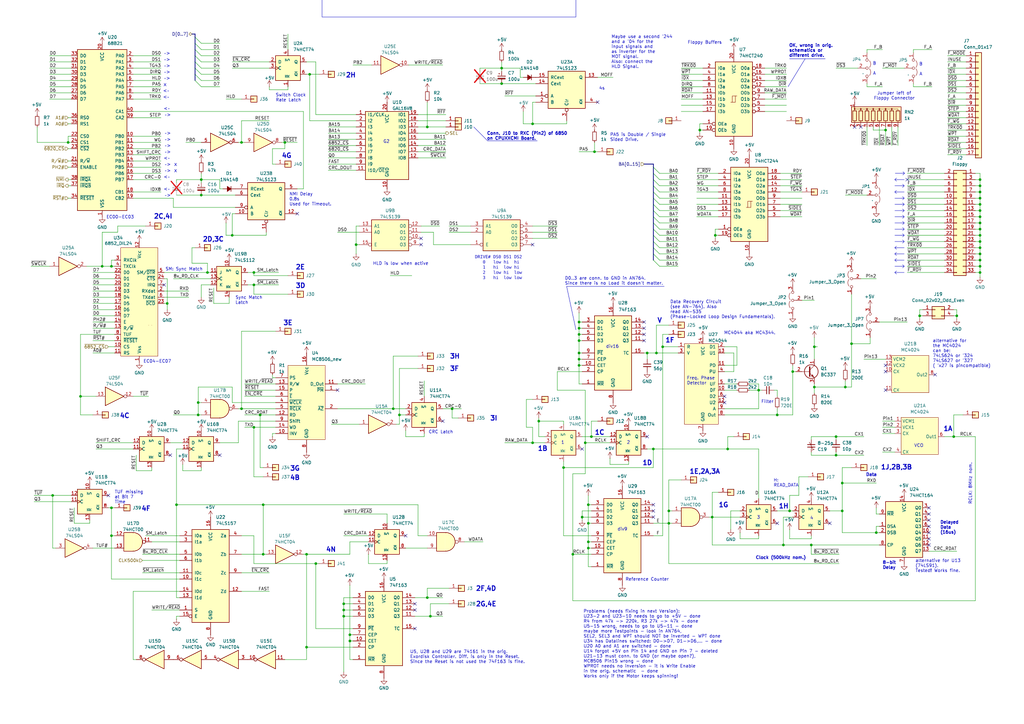
<source format=kicad_sch>
(kicad_sch (version 20250114) (generator "eeschema") (generator_version "9.0")
  (paper "A3")
  (title_block (title "Exorset Floppy") (date "2025-08-22") (rev "v1") (company "100% Offner") (comment 1 "Exorset Floppy Controller for kees1948 UniFLEX System") (comment 2 "v0.1: Initial") (comment 3 "v1: deleted U14,  used half of U19, del. U13, all problems from Text left."))
  (rectangle (start 132.08 -50.8) (end 236.22 6.985))
  (text "<-\n->" (at 67.31 46.482 0) (effects (font (size 1.524 1.524)) (justify left)))
  (text "alternative for \nthe MC4024\ncan be:\n74LS624 or '324\n74LS627 or '327 \n( 'x27 is pincompatible)" (at 382.524 145.034 0) (effects (font (size 1.27 1.27)) (justify left)))
  (text "<-\n->" (at 67.31 79.502 0) (effects (font (size 1.524 1.524)) (justify left)))
  (text "NMI Delay\n0.8s\nUsed for Timeout." (at 118.618 81.788 0) (effects (font (size 1.27 1.27)) (justify left)))
  (text "MC4044 aka MC4344." (at 296.926 136.652 0) (effects (font (size 1.27 1.27)) (justify left)))
  (text "Problems (needs fixing in next Version):\nU23-2 and U23-10 needs to go to +5V - done\nR4 from 47k -> 220k, R3 27k -> 47k - done\nU5-15 wrong, needs to go to U5-11 - done\nmaybe more Testpoints - look in AN764,\nSEL2, SEL3 and WPT should NOT be inverted - WPT done\nU34 has Datalines switched: D0->D7, D1->D6,... - done\nU20 A0 and A1 are switched - done\nU14 forgot +5V on Pin 14 and GND on Pin 7 - deleted\nU21-13 must conn. to GND (or maybe open?),\nMC8506 Pin15 wrong - done\nWPROT needs no inversion - it is Write Enable\nin the orig. schematic  - done\nWorks only if the Motor keeps spinning!" (at 239.268 264.16 0) (effects (font (size 1.27 1.27)) (justify left)))
  (text "DRIVE# DS0 DS1 DS2\n   0   low hi  hi\n   1   hi  low hi\n   2   low hi  low\n   3   hi  low low" (at 197.612 -7.366 0) (effects (font (size 1.27 1.27)) (justify left)))
  (text "HLD is low when active,\nunfortunately it is high when stepping!" (at 159.766 -5.842 0) (effects (font (size 1.27 1.27))))
  (text "1D" (at 263.398 189.992 0) (effects (font (size 1.905 1.905) (thickness 0.381) (bold yes)) (justify left)))
  (text "2H" (at 141.732 30.988 0) (effects (font (size 1.905 1.905) (thickness 0.381) (bold yes)) (justify left)))
  (text "4F" (at 57.912 208.788 0) (effects (font (size 1.905 1.905) (thickness 0.381) (bold yes)) (justify left)))
  (text "3G" (at 118.872 192.278 0) (effects (font (size 1.905 1.905) (thickness 0.381) (bold yes)) (justify left)))
  (text "3E" (at 116.078 132.588 0) (effects (font (size 1.905 1.905) (thickness 0.381) (bold yes)) (justify left)))
  (text "Freq. Phase\nDetector" (at 281.686 156.21 0) (effects (font (size 1.27 1.27)) (justify left)))
  (text "CRC Latch" (at 175.768 177.292 0) (effects (font (size 1.27 1.27)) (justify left)))
  (text "D0..3 are conn. to GND in AN764.\nSince there is no Load it doesn't matter." (at 231.648 115.316 0) (effects (font (size 1.27 1.27)) (justify left)))
  (text "Data Recovery Circuit\n(see AN-764). Also \nread AN-535\n(Phase-Locked Loop Design Fundamentals).\n" (at 274.828 127 0) (effects (font (size 1.27 1.27)) (justify left)))
  (text "x\nx" (at 71.374 69.342 0) (effects (font (size 1.524 1.524)) (justify left)))
  (text "EC00-EC03" (at 49.276 89.154 0) (effects (font (size 1.27 1.27))))
  (text "HLD is low when active" (at 164.338 108.204 0) (effects (font (size 1.27 1.27))))
  (text "1H" (at 319.278 207.772 0) (effects (font (size 1.905 1.905) (thickness 0.381) (bold yes)) (justify left)))
  (text "2C,4I" (at 62.992 88.9 0) (effects (font (size 1.905 1.905) (thickness 0.381) (bold yes)) (justify left)))
  (text "div9" (at 255.27 217.17 0) (effects (font (size 1.27 1.27))))
  (text "TUF missing\nat Bit 7\nTime" (at 46.99 203.962 0) (effects (font (size 1.27 1.27) (thickness 0.1588)) (justify left)))
  (text "RCLK: 8MHz nom." (at 398.018 198.374 90) (effects (font (size 1.27 1.27))))
  (text "Sync Match \nLatch" (at 96.52 123.19 0) (effects (font (size 1.27 1.27)) (justify left)))
  (text "1G" (at 294.64 207.264 0) (effects (font (size 1.905 1.905) (thickness 0.381) (bold yes)) (justify left)))
  (text "4G" (at 115.4592 64.008 0) (effects (font (size 1.905 1.905) (thickness 0.381) (bold yes)) (justify left)))
  (text "2" (at 257.048 181.61 0) (effects (font (size 1.27 1.27)) (justify left)))
  (text "TEST!" (at 182.372 -38.1 0) (effects (font (size 6.35 6.35) (thickness 1.27) (bold yes))))
  (text "3D" (at 121.158 117.348 0) (effects (font (size 1.905 1.905) (thickness 0.381) (bold yes)) (justify left)))
  (text "Data" (at 355.092 194.818 0) (effects (font (size 1.27 1.27) (thickness 0.254) (bold yes)) (justify left)))
  (text "1E,2A,3A" (at 282.702 193.548 0) (effects (font (size 1.905 1.905) (thickness 0.381) (bold yes)) (justify left)))
  (text "3H" (at 184.404 146.304 0) (effects (font (size 1.905 1.905) (thickness 0.381) (bold yes)) (justify left)))
  (text "1J,2B,3B" (at 361.188 191.77 0) (effects (font (size 1.905 1.905) (thickness 0.381) (bold yes)) (justify left)))
  (text "Clock (500kHz nom.)" (at 309.88 228.854 0) (effects (font (size 1.27 1.27) (thickness 0.254) (bold yes)) (justify left)))
  (text "3" (at 310.388 212.344 0) (effects (font (size 1.27 1.27)) (justify left)))
  (text "1C" (at 243.84 177.546 0) (effects (font (size 1.905 1.905) (thickness 0.381) (bold yes)) (justify left)))
  (text "G2" (at 158.496 58.166 0) (effects (font (size 1.27 1.27))))
  (text "B\n\nA\n" (at 377.698 28.448 0) (effects (font (size 1.27 1.27))))
  (text "->\n->\n->\n->\n<-\n->\n->\n<-" (at 67.31 64.262 0) (effects (font (size 1.524 1.524)) (justify left)))
  (text "SM: Sync Match" (at 67.818 110.49 0) (effects (font (size 1.27 1.27)) (justify left)))
  (text "4N" (at 133.604 225.552 0) (effects (font (size 1.905 1.905) (thickness 0.381) (bold yes)) (justify left)))
  (text "OK, wrong in orig.\nschematics or \ndifferent drive." (at 323.596 20.828 0) (effects (font (size 1.27 1.27) (thickness 0.254) (bold yes)) (justify left)))
  (text "PA5 is Double / Single \nSided Drive." (at 250.19 56.388 0) (effects (font (size 1.27 1.27)) (justify left)))
  (text "2F,4D" (at 195.072 241.554 0) (effects (font (size 1.905 1.905) (thickness 0.381) (bold yes)) (justify left)))
  (text "4" (at 332.232 212.598 0) (effects (font (size 1.27 1.27)) (justify left)))
  (text "DRIVE# DS0 DS1 DS2\n   0   low hi  hi\n   1   hi  low hi\n   2   low hi  low\n   3   hi  low low" (at 194.818 110.236 0) (effects (font (size 1.27 1.27)) (justify left)))
  (text "Conn. J10 to RXC (Pin2) of 6850 \non CPUXXCMI Board." (at 199.644 55.88 0) (effects (font (size 1.27 1.27) (thickness 0.254) (bold yes)) (justify left)))
  (text "Floppy Buffers" (at 289.052 17.526 0) (effects (font (size 1.27 1.27))))
  (text "Switch Clock\nRate Latch" (at 113.03 40.132 0) (effects (font (size 1.27 1.27)) (justify left)))
  (text "1" (at 230.124 181.61 0) (effects (font (size 1.27 1.27)) (justify left)))
  (text "Filter" (at 312.166 164.846 0) (effects (font (size 1.27 1.27)) (justify left)))
  (text "H:\nREAD_DATA" (at 317.246 199.898 0) (effects (font (size 1.27 1.27)) (justify left bottom)))
  (text "Maybe use a second '244\nand a '04 for the \ninput signals and\nas inverter for the\nMOT signal.\nAlso: connect the\nHLD Signal." (at 250.698 21.336 0) (effects (font (size 1.27 1.27)) (justify left)))
  (text "Jumper left of\nFloppy Connector" (at 366.776 39.37 0) (effects (font (size 1.27 1.27))))
  (text "4C" (at 49.022 170.688 0) (effects (font (size 1.905 1.905) (thickness 0.381) (bold yes)) (justify left)))
  (text "2D,3C" (at 83.058 98.298 0) (effects (font (size 1.905 1.905) (thickness 0.381) (bold yes)) (justify left)))
  (text "U5, U28 and U29 are 74161 in the orig.\nExordisk Controller. Diff. is only in the Reset.\nSince the Reset is not used the 74F163 is fine." (at 168.148 269.494 0) (effects (font (size 1.27 1.27)) (justify left)))
  (text "B\n\nA\n" (at 358.648 28.194 0) (effects (font (size 1.27 1.27))))
  (text "->\n->\n->\n->\n->\nx\n<-\n<-" (at 67.056 31.496 0) (effects (font (size 1.524 1.524)) (justify left)))
  (text "8-bit \nDelay" (at 361.95 231.902 0) (effects (font (size 1.27 1.27) (thickness 0.254) (bold yes)) (justify left)))
  (text "Delayed\nData\n(16us)" (at 385.572 216.408 0) (effects (font (size 1.27 1.27) (thickness 0.254) (bold yes)) (justify left)))
  (text "4B" (at 118.872 196.088 0) (effects (font (size 1.905 1.905) (thickness 0.381) (bold yes)) (justify left)))
  (text "4s" (at 246.888 36.322 0) (effects (font (size 1.27 1.27))))
  (text "1F\n" (at 272.796 139.7 0) (effects (font (size 1.905 1.905) (thickness 0.381) (bold yes)) (justify left)))
  (text "2G,4E" (at 195.072 247.904 0) (effects (font (size 1.905 1.905) (thickness 0.381) (bold yes)) (justify left)))
  (text "V" (at 269.494 131.572 0) (effects (font (size 1.905 1.905) (thickness 0.381) (bold yes)) (justify left)))
  (text "alternative for U13\n(74LS91).\nTested! Works fine." (at 375.412 232.156 0) (effects (font (size 1.27 1.27)) (justify left)))
  (text "1A\n" (at 386.842 176.022 0) (effects (font (size 1.905 1.905) (thickness 0.381) (bold yes)) (justify left)))
  (text "div16" (at 251.206 142.24 0) (effects (font (size 1.27 1.27))))
  (text "EC04-EC07" (at 64.516 148.336 0) (effects (font (size 1.27 1.27))))
  (text "3F" (at 184.404 151.384 0) (effects (font (size 1.905 1.905) (thickness 0.381) (bold yes)) (justify left)))
  (text "Reference Counter" (at 265.43 237.744 0) (effects (font (size 1.27 1.27))))
  (text "VCO" (at 374.904 182.88 0) (effects (font (size 1.27 1.27)) (justify left)))
  (text "3I" (at 200.914 171.704 0) (effects (font (size 1.905 1.905) (thickness 0.381) (bold yes)) (justify left)))
  (text "1B" (at 220.472 184.15 0) (effects (font (size 1.905 1.905) (thickness 0.381) (bold yes)) (justify left)))
  (text "2E" (at 121.158 109.728 0) (effects (font (size 1.905 1.905) (thickness 0.381) (bold yes)) (justify left)))
  (junction (at 107.95 227.33))
  (junction (at 107.95 207.01))
  (junction (at 33.02 162.56))
  (junction (at 129.54 231.14))
  (junction (at 185.42 167.64))
  (junction (at 231.14 191.77))
  (junction (at 85.09 111.76))
  (junction (at 334.01 158.75))
  (junction (at 238.76 212.09))
  (junction (at 140.97 250.19))
  (junction (at 146.05 100.33))
  (junction (at 401.955 81.28))
  (junction (at 401.955 96.52))
  (junction (at 318.77 170.18))
  (junction (at 401.955 83.82))
  (junction (at 72.39 207.01))
  (junction (at 205.74 27.94))
  (junction (at 241.3 214.63))
  (junction (at 82.55 80.01))
  (junction (at 237.49 132.08))
  (junction (at 323.85 209.55))
  (junction (at 401.955 88.9))
  (junction (at 161.29 167.64))
  (junction (at 267.97 184.15))
  (junction (at 237.49 144.78))
  (junction (at 125.73 265.43))
  (junction (at 271.78 142.24))
  (junction (at 95.25 96.52))
  (junction (at 82.55 73.66))
  (junction (at 143.51 260.35))
  (junction (at 401.955 99.06))
  (junction (at 359.41 218.44))
  (junction (at 205.74 34.29))
  (junction (at 104.14 116.84))
  (junction (at 401.955 106.68))
  (junction (at 377.19 129.54))
  (junction (at 45.72 208.28))
  (junction (at 242.57 179.07))
  (junction (at 345.44 209.55))
  (junction (at 241.3 207.01))
  (junction (at 237.49 134.62))
  (junction (at 401.955 78.74))
  (junction (at 45.72 219.71))
  (junction (at 99.06 167.64))
  (junction (at 116.84 58.42))
  (junction (at 269.24 144.78))
  (junction (at 292.1 212.09))
  (junction (at 401.955 101.6))
  (junction (at 391.16 179.07))
  (junction (at 293.37 96.52))
  (junction (at 342.9 179.07))
  (junction (at 332.74 223.52))
  (junction (at 237.49 137.16))
  (junction (at 27.94 58.42))
  (junction (at 99.06 58.42))
  (junction (at 218.44 50.8))
  (junction (at 140.97 247.65))
  (junction (at 325.12 152.4))
  (junction (at 218.44 181.61))
  (junction (at 274.32 209.55))
  (junction (at 240.03 181.61))
  (junction (at 401.955 86.36))
  (junction (at 243.84 62.23))
  (junction (at 401.955 109.22))
  (junction (at 234.95 227.33))
  (junction (at 163.83 170.18))
  (junction (at 241.3 222.25))
  (junction (at 342.9 186.69))
  (junction (at 346.71 158.75))
  (junction (at 175.26 52.07))
  (junction (at 175.26 245.11))
  (junction (at 237.49 139.7))
  (junction (at 401.955 93.98))
  (junction (at 401.955 104.14))
  (junction (at 363.22 53.34))
  (junction (at 21.59 203.2))
  (junction (at 345.44 198.12))
  (junction (at 265.43 144.78))
  (junction (at 106.68 170.18))
  (junction (at 140.97 252.73))
  (junction (at 392.43 129.54))
  (junction (at 125.73 227.33))
  (junction (at 41.91 109.22))
  (junction (at 241.3 224.79))
  (junction (at 237.49 147.32))
  (junction (at 220.98 172.72))
  (junction (at 298.45 184.15))
  (junction (at 176.53 252.73))
  (junction (at 401.955 111.76))
  (junction (at 401.955 76.2))
  (junction (at 81.28 170.18))
  (junction (at 143.51 262.89))
  (junction (at 68.58 124.46))
  (junction (at 321.31 223.52))
  (junction (at 401.955 91.44))
  (junction (at 311.15 160.02))
  (junction (at 287.02 53.34))
  (junction (at 104.14 111.76))
  (junction (at 127 30.48))
  (junction (at 104.14 175.26))
  (junction (at 274.32 214.63))
  (junction (at 81.28 165.1))
  (junction (at 45.72 109.22))
  (junction (at 334.01 142.24))
  (junction (at 349.25 140.97))
  (junction (at 237.49 149.86))
  (junction (at 401.955 73.66))
  (no_connect (at 267.97 209.55))
  (no_connect (at 172.72 97.79))
  (no_connect (at 170.18 250.19))
  (no_connect (at 350.52 52.07))
  (no_connect (at 353.06 52.07))
  (no_connect (at 383.54 153.67))
  (no_connect (at 267.97 212.09))
  (no_connect (at 166.37 219.71))
  (no_connect (at 238.76 184.15))
  (no_connect (at 69.85 186.69))
  (no_connect (at 172.72 100.33))
  (no_connect (at 138.43 160.02))
  (no_connect (at 381 215.9))
  (no_connect (at 264.16 134.62))
  (no_connect (at 363.22 160.02))
  (no_connect (at 265.43 179.07))
  (no_connect (at 245.11 41.91))
  (no_connect (at 318.77 214.63))
  (no_connect (at 381 213.36))
  (no_connect (at 264.16 132.08))
  (no_connect (at 264.16 139.7))
  (no_connect (at 218.44 100.33))
  (no_connect (at 264.16 137.16))
  (no_connect (at 381 210.82))
  (no_connect (at 372.11 73.66))
  (no_connect (at 181.61 172.72))
  (no_connect (at 297.18 162.56))
  (no_connect (at 363.22 149.86))
  (no_connect (at 170.18 247.65))
  (no_connect (at 381 218.44))
  (no_connect (at 340.36 214.63))
  (no_connect (at 170.18 257.81))
  (no_connect (at 267.97 207.01))
  (no_connect (at 121.92 87.63))
  (no_connect (at 381 208.28))
  (no_connect (at 381 223.52))
  (no_connect (at 381 220.98))
  (no_connect (at 90.17 186.69))
  (no_connect (at 297.18 165.1))
  (no_connect (at 363.22 152.4))
  (no_connect (at 44.45 203.2))
  (no_connect (at 67.31 116.84))
  (bus_entry (at 80.01 33.02) (size 2.54 2.54))
  (bus_entry (at 267.97 88.9) (size 2.54 2.54))
  (bus_entry (at 267.97 101.6) (size 2.54 2.54))
  (bus_entry (at 267.97 83.82) (size 2.54 2.54))
  (bus_entry (at 267.97 96.52) (size 2.54 2.54))
  (bus_entry (at 80.01 20.32) (size 2.54 2.54))
  (bus_entry (at 267.97 99.06) (size 2.54 2.54))
  (bus_entry (at 80.01 15.24) (size 2.54 2.54))
  (bus_entry (at 267.97 91.44) (size 2.54 2.54))
  (bus_entry (at 80.01 17.78) (size 2.54 2.54))
  (bus_entry (at 267.97 104.14) (size 2.54 2.54))
  (bus_entry (at 267.97 76.2) (size 2.54 2.54))
  (bus_entry (at 80.01 25.4) (size 2.54 2.54))
  (bus_entry (at 80.01 27.94) (size 2.54 2.54))
  (bus_entry (at 80.01 30.48) (size 2.54 2.54))
  (bus_entry (at 267.97 93.98) (size 2.54 2.54))
  (bus_entry (at 267.97 73.66) (size 2.54 2.54))
  (bus_entry (at 267.97 68.58) (size 2.54 2.54))
  (bus_entry (at 267.97 81.28) (size 2.54 2.54))
  (bus_entry (at 267.97 78.74) (size 2.54 2.54))
  (bus_entry (at 267.97 71.12) (size 2.54 2.54))
  (bus_entry (at 267.97 106.68) (size 2.54 2.54))
  (bus_entry (at 267.97 86.36) (size 2.54 2.54))
  (bus_entry (at 80.01 22.86) (size 2.54 2.54))
  (wire (pts (xy 171.45 219.71) (xy 171.45 207.01)))
  (wire (pts (xy 87.63 118.11) (xy 87.63 124.46)))
  (wire (pts (xy 307.34 160.02) (xy 311.15 160.02)))
  (wire (pts (xy 45.72 208.28) (xy 44.45 208.28)))
  (wire (pts (xy 127 30.48) (xy 130.81 30.48)))
  (wire (pts (xy 78.74 101.6) (xy 78.74 107.95)))
  (wire (pts (xy 270.51 93.98) (xy 278.13 93.98)))
  (wire (pts (xy 387.35 99.06) (xy 372.11 99.06)))
  (wire (pts (xy 82.55 33.02) (xy 90.17 33.02)))
  (wire (pts (xy 101.6 111.76) (xy 104.14 111.76)))
  (wire (pts (xy 401.955 104.14) (xy 401.955 106.68)))
  (wire (pts (xy 360.68 132.08) (xy 372.11 132.08)))
  (wire (pts (xy 237.49 134.62) (xy 237.49 132.08)))
  (wire (pts (xy 129.54 231.14) (xy 130.81 231.14)))
  (wire (pts (xy 293.37 96.52) (xy 293.37 97.79)))
  (wire (pts (xy 71.12 85.09) (xy 96.52 85.09)))
  (polyline (pts (xy 370.9888 71.0821) (xy 370.3538 70.4471)))
  (wire (pts (xy 328.93 78.74) (xy 320.04 78.74)))
  (wire (pts (xy 334.01 158.75) (xy 346.71 158.75)))
  (polyline (pts (xy 370.84 91.44) (xy 370.205 92.075)))
  (wire (pts (xy 82.55 74.93) (xy 82.55 73.66)))
  (wire (pts (xy 171.45 54.61) (xy 182.88 54.61)))
  (wire (pts (xy 54.61 73.66) (xy 66.04 73.66)))
  (wire (pts (xy 95.25 87.63) (xy 95.25 96.52)))
  (wire (pts (xy 82.55 20.32) (xy 90.17 20.32)))
  (wire (pts (xy 265.43 184.15) (xy 267.97 184.15)))
  (wire (pts (xy 285.75 83.82) (xy 294.64 83.82)))
  (wire (pts (xy 125.73 30.48) (xy 127 30.48)))
  (wire (pts (xy 238.76 212.09) (xy 238.76 213.36)))
  (wire (pts (xy 396.24 22.86) (xy 388.62 22.86)))
  (wire (pts (xy 290.83 212.09) (xy 292.1 212.09)))
  (wire (pts (xy 72.39 74.93) (xy 72.39 73.66)))
  (bus (pts (xy 80.01 22.86) (xy 80.01 25.4)))
  (wire (pts (xy 292.1 212.09) (xy 292.1 223.52)))
  (wire (pts (xy 100.33 157.48) (xy 113.03 157.48)))
  (wire (pts (xy 267.97 184.15) (xy 298.45 184.15)))
  (wire (pts (xy 55.88 186.69) (xy 55.88 193.04)))
  (wire (pts (xy 46.99 129.54) (xy 38.1 129.54)))
  (wire (pts (xy 58.42 227.33) (xy 73.66 227.33)))
  (polyline (pts (xy 370.84 88.9) (xy 367.03 88.9)))
  (wire (pts (xy 173.99 156.21) (xy 173.99 162.56)))
  (wire (pts (xy 90.17 181.61) (xy 97.79 181.61)))
  (wire (pts (xy 54.61 242.57) (xy 73.66 242.57)))
  (wire (pts (xy 237.49 147.32) (xy 237.49 149.86)))
  (wire (pts (xy 392.43 127) (xy 391.16 127)))
  (wire (pts (xy 33.02 137.16) (xy 46.99 137.16)))
  (wire (pts (xy 285.75 88.9) (xy 294.64 88.9)))
  (wire (pts (xy 270.51 104.14) (xy 278.13 104.14)))
  (wire (pts (xy 401.955 86.36) (xy 401.955 88.9)))
  (wire (pts (xy 160.02 113.03) (xy 168.91 113.03)))
  (wire (pts (xy 285.75 71.12) (xy 294.64 71.12)))
  (wire (pts (xy 171.45 64.77) (xy 182.88 64.77)))
  (wire (pts (xy 270.51 81.28) (xy 278.13 81.28)))
  (wire (pts (xy 175.26 241.3) (xy 175.26 245.11)))
  (wire (pts (xy 218.44 97.79) (xy 228.6 97.79)))
  (wire (pts (xy 370.84 27.94) (xy 361.95 27.94)))
  (wire (pts (xy 237.49 144.78) (xy 238.76 144.78)))
  (wire (pts (xy 33.02 162.56) (xy 33.02 137.16)))
  (wire (pts (xy 274.32 133.35) (xy 269.24 133.35)))
  (wire (pts (xy 118.11 36.83) (xy 118.11 35.56)))
  (wire (pts (xy 237.49 132.08) (xy 238.76 132.08)))
  (wire (pts (xy 237.49 144.78) (xy 237.49 139.7)))
  (wire (pts (xy 368.3 59.69) (xy 368.3 52.07)))
  (wire (pts (xy 99.06 49.53) (xy 99.06 58.42)))
  (wire (pts (xy 270.51 91.44) (xy 278.13 91.44)))
  (wire (pts (xy 140.97 219.71) (xy 151.13 219.71)))
  (wire (pts (xy 45.72 219.71) (xy 45.72 237.49)))
  (wire (pts (xy 146.05 -19.05) (xy 147.32 -19.05)))
  (wire (pts (xy 274.32 196.85) (xy 274.32 209.55)))
  (wire (pts (xy 354.33 179.07) (xy 342.9 179.07)))
  (wire (pts (xy 396.24 50.8) (xy 388.62 50.8)))
  (wire (pts (xy 39.37 184.15) (xy 54.61 184.15)))
  (wire (pts (xy 54.61 60.96) (xy 66.04 60.96)))
  (wire (pts (xy 36.83 214.63) (xy 36.83 213.36)))
  (wire (pts (xy 72.39 80.01) (xy 82.55 80.01)))
  (wire (pts (xy 355.6 59.69) (xy 355.6 52.07)))
  (wire (pts (xy 360.68 59.69) (xy 360.68 52.07)))
  (bus (pts (xy 267.97 99.06) (xy 267.97 101.6)))
  (wire (pts (xy 166.37 176.53) (xy 166.37 179.07)))
  (wire (pts (xy 171.45 46.99) (xy 182.88 46.99)))
  (wire (pts (xy 38.1 144.78) (xy 46.99 144.78)))
  (wire (pts (xy 143.51 262.89) (xy 144.78 262.89)))
  (wire (pts (xy 334.01 161.29) (xy 334.01 158.75)))
  (wire (pts (xy 218.44 50.8) (xy 232.41 50.8)))
  (polyline (pts (xy 370.84 81.28) (xy 370.205 80.645)))
  (wire (pts (xy 46.99 109.22) (xy 45.72 109.22)))
  (wire (pts (xy 313.69 43.18) (xy 322.58 43.18)))
  (wire (pts (xy 400.05 78.74) (xy 401.955 78.74)))
  (wire (pts (xy 54.61 48.26) (xy 66.04 48.26)))
  (wire (pts (xy 323.85 203.2) (xy 323.85 209.55)))
  (wire (pts (xy 162.56 173.99) (xy 163.83 173.99)))
  (wire (pts (xy 38.1 134.62) (xy 46.99 134.62)))
  (wire (pts (xy 218.44 181.61) (xy 223.52 181.61)))
  (wire (pts (xy 158.75 231.14) (xy 158.75 229.87)))
  (bus (pts (xy 80.01 25.4) (xy 80.01 27.94)))
  (wire (pts (xy 313.69 27.94) (xy 322.58 27.94)))
  (wire (pts (xy 265.43 144.78) (xy 269.24 144.78)))
  (wire (pts (xy 367.03 172.72) (xy 361.95 172.72)))
  (wire (pts (xy 111.76 153.67) (xy 111.76 154.94)))
  (wire (pts (xy 187.96 171.45) (xy 185.42 171.45)))
  (wire (pts (xy 46.99 121.92) (xy 38.1 121.92)))
  (wire (pts (xy 313.69 33.02) (xy 322.58 33.02)))
  (wire (pts (xy 29.21 30.48) (xy 20.32 30.48)))
  (wire (pts (xy 367.03 175.26) (xy 361.95 175.26)))
  (wire (pts (xy 358.14 53.34) (xy 363.22 53.34)))
  (wire (pts (xy 243.84 58.42) (xy 243.84 62.23)))
  (wire (pts (xy 54.61 66.04) (xy 66.04 66.04)))
  (wire (pts (xy 27.94 73.66) (xy 29.21 73.66)))
  (wire (pts (xy 125.73 25.4) (xy 129.54 25.4)))
  (wire (pts (xy 279.4 38.1) (xy 288.29 38.1)))
  (wire (pts (xy 54.61 81.28) (xy 71.12 81.28)))
  (wire (pts (xy 54.61 40.64) (xy 66.04 40.64)))
  (bus (pts (xy 267.97 86.36) (xy 267.97 88.9)))
  (wire (pts (xy 46.99 114.3) (xy 38.1 114.3)))
  (wire (pts (xy 302.26 142.24) (xy 302.26 149.86)))
  (wire (pts (xy 232.41 50.8) (xy 232.41 49.53)))
  (polyline (pts (xy 370.84 109.22) (xy 367.03 109.22)))
  (wire (pts (xy 71.12 85.09) (xy 71.12 81.28)))
  (wire (pts (xy 240.03 160.02) (xy 228.6 160.02)))
  (bus (pts (xy 267.97 96.52) (xy 267.97 99.06)))
  (wire (pts (xy 158.75 210.82) (xy 158.75 214.63)))
  (wire (pts (xy 342.9 186.69) (xy 342.9 185.42)))
  (wire (pts (xy 171.45 151.13) (xy 163.83 151.13)))
  (wire (pts (xy 82.55 170.18) (xy 81.28 170.18)))
  (wire (pts (xy 228.6 160.02) (xy 228.6 152.4)))
  (wire (pts (xy 45.72 208.28) (xy 46.99 208.28)))
  (wire (pts (xy 21.59 224.79) (xy 21.59 203.2)))
  (wire (pts (xy 401.955 101.6) (xy 401.955 104.14)))
  (wire (pts (xy 44.45 142.24) (xy 46.99 142.24)))
  (wire (pts (xy 387.35 76.2) (xy 372.11 76.2)))
  (bus (pts (xy 267.97 104.14) (xy 267.97 106.68)))
  (wire (pts (xy 78.74 107.95) (xy 85.09 107.95)))
  (wire (pts (xy 124.46 45.72) (xy 124.46 77.47)))
  (wire (pts (xy 275.59 209.55) (xy 274.32 209.55)))
  (wire (pts (xy 45.72 219.71) (xy 45.72 208.28)))
  (bus (pts (xy 267.97 71.12) (xy 267.97 73.66)))
  (wire (pts (xy 377.19 130.81) (xy 377.19 129.54)))
  (wire (pts (xy 85.09 111.76) (xy 86.36 111.76)))
  (wire (pts (xy 151.13 227.33) (xy 151.13 231.14)))
  (wire (pts (xy 241.3 224.79) (xy 241.3 232.41)))
  (wire (pts (xy 303.53 209.55) (xy 299.72 209.55)))
  (bus (pts (xy 80.01 15.24) (xy 80.01 17.78)))
  (polyline (pts (xy 370.84 83.82) (xy 370.205 84.455)))
  (wire (pts (xy 97.79 172.72) (xy 113.03 172.72)))
  (wire (pts (xy 401.955 109.22) (xy 401.955 111.76)))
  (wire (pts (xy 313.69 38.1) (xy 322.58 38.1)))
  (wire (pts (xy 106.68 170.18) (xy 113.03 170.18)))
  (wire (pts (xy 218.44 175.26) (xy 218.44 181.61)))
  (wire (pts (xy 323.85 220.98) (xy 323.85 217.17)))
  (wire (pts (xy 99.06 135.89) (xy 99.06 167.64)))
  (polyline (pts (xy 367.03 104.14) (xy 367.665 104.775)))
  (wire (pts (xy 111.76 177.8) (xy 111.76 179.07)))
  (wire (pts (xy 27.94 50.8) (xy 29.21 50.8)))
  (wire (pts (xy 334.01 157.48) (xy 334.01 158.75)))
  (bus (pts (xy 80.01 13.97) (xy 80.01 15.24)))
  (wire (pts (xy 27.94 48.26) (xy 29.21 48.26)))
  (wire (pts (xy 267.97 191.77) (xy 231.14 191.77)))
  (wire (pts (xy 93.98 121.92) (xy 93.98 124.46)))
  (polyline (pts (xy 367.03 78.74) (xy 367.665 79.375)))
  (wire (pts (xy 279.4 33.02) (xy 288.29 33.02)))
  (wire (pts (xy 274.32 231.14) (xy 344.17 231.14)))
  (wire (pts (xy 29.21 22.86) (xy 20.32 22.86)))
  (wire (pts (xy 394.97 170.18) (xy 391.16 170.18)))
  (wire (pts (xy 213.36 31.75) (xy 213.36 27.94)))
  (wire (pts (xy 298.45 179.07) (xy 298.45 184.15)))
  (wire (pts (xy 318.77 160.02) (xy 317.5 160.02)))
  (wire (pts (xy 104.14 175.26) (xy 113.03 175.26)))
  (wire (pts (xy 99.06 58.42) (xy 97.79 58.42)))
  (wire (pts (xy 241.3 224.79) (xy 242.57 224.79)))
  (wire (pts (xy 400.05 96.52) (xy 401.955 96.52)))
  (wire (pts (xy 109.22 96.52) (xy 109.22 95.25)))
  (wire (pts (xy 274.32 214.63) (xy 275.59 214.63)))
  (wire (pts (xy 121.92 58.42) (xy 116.84 58.42)))
  (wire (pts (xy 60.96 162.56) (xy 54.61 162.56)))
  (wire (pts (xy 116.84 270.51) (xy 125.73 270.51)))
  (wire (pts (xy 345.44 198.12) (xy 345.44 209.55)))
  (wire (pts (xy 196.85 34.29) (xy 205.74 34.29)))
  (wire (pts (xy 243.84 62.23) (xy 245.11 62.23)))
  (wire (pts (xy 220.98 172.72) (xy 231.14 172.72)))
  (wire (pts (xy 30.48 208.28) (xy 30.48 214.63)))
  (wire (pts (xy 387.35 86.36) (xy 372.11 86.36)))
  (wire (pts (xy 401.955 91.44) (xy 401.955 93.98)))
  (wire (pts (xy 100.33 160.02) (xy 113.03 160.02)))
  (wire (pts (xy 396.24 58.42) (xy 388.62 58.42)))
  (polyline (pts (xy 367.03 101.6) (xy 367.665 102.235)))
  (wire (pts (xy 147.32 92.71) (xy 146.05 92.71)))
  (wire (pts (xy 349.25 140.97) (xy 349.25 158.75)))
  (wire (pts (xy 74.93 190.5) (xy 74.93 193.04)))
  (wire (pts (xy 303.53 220.98) (xy 311.15 220.98)))
  (wire (pts (xy 218.44 -19.05) (xy 228.6 -19.05)))
  (wire (pts (xy 240.03 181.61) (xy 250.19 181.61)))
  (wire (pts (xy 332.74 220.98) (xy 332.74 219.71)))
  (wire (pts (xy 237.49 137.16) (xy 238.76 137.16)))
  (wire (pts (xy 234.95 227.33) (xy 242.57 227.33)))
  (wire (pts (xy 140.97 210.82) (xy 158.75 210.82)))
  (wire (pts (xy 113.03 135.89) (xy 99.06 135.89)))
  (wire (pts (xy 29.21 25.4) (xy 20.32 25.4)))
  (wire (pts (xy 91.44 77.47) (xy 90.17 77.47)))
  (wire (pts (xy 163.83 151.13) (xy 163.83 170.18)))
  (wire (pts (xy 241.3 222.25) (xy 241.3 214.63)))
  (wire (pts (xy 172.72 -19.05) (xy 180.34 -19.05)))
  (wire (pts (xy 68.58 114.3) (xy 68.58 124.46)))
  (wire (pts (xy 46.99 119.38) (xy 38.1 119.38)))
  (wire (pts (xy 13.97 205.74) (xy 29.21 205.74)))
  (wire (pts (xy 97.79 167.64) (xy 99.06 167.64)))
  (wire (pts (xy 99.06 219.71) (xy 104.14 219.71)))
  (wire (pts (xy 298.45 184.15) (xy 311.15 184.15)))
  (wire (pts (xy 279.4 27.94) (xy 288.29 27.94)))
  (wire (pts (xy 95.25 27.94) (xy 110.49 27.94)))
  (wire (pts (xy 237.49 139.7) (xy 237.49 137.16)))
  (wire (pts (xy 205.74 27.94) (xy 205.74 25.4)))
  (wire (pts (xy 134.62 52.07) (xy 146.05 52.07)))
  (wire (pts (xy 359.41 198.12) (xy 345.44 198.12)))
  (wire (pts (xy 125.73 265.43) (xy 125.73 270.51)))
  (wire (pts (xy 38.1 139.7) (xy 46.99 139.7)))
  (polyline (pts (xy 370.84 99.06) (xy 370.205 99.695)))
  (wire (pts (xy 138.43 95.25) (xy 147.32 95.25)))
  (polyline (pts (xy 370.84 96.52) (xy 370.205 95.885)))
  (wire (pts (xy 396.24 53.34) (xy 388.62 53.34)))
  (wire (pts (xy 46.99 219.71) (xy 45.72 219.71)))
  (wire (pts (xy 54.61 55.88) (xy 66.04 55.88)))
  (wire (pts (xy 27.94 58.42) (xy 29.21 58.42)))
  (wire (pts (xy 401.955 76.2) (xy 401.955 78.74)))
  (wire (pts (xy 215.9 175.26) (xy 218.44 175.26)))
  (wire (pts (xy 361.95 185.42) (xy 367.03 185.42)))
  (wire (pts (xy 285.75 86.36) (xy 294.64 86.36)))
  (bus (pts (xy 80.01 30.48) (xy 80.01 33.02)))
  (wire (pts (xy 361.95 35.56) (xy 355.6 35.56)))
  (wire (pts (xy 332.74 227.33) (xy 332.74 223.52)))
  (wire (pts (xy 67.31 114.3) (xy 68.58 114.3)))
  (wire (pts (xy 391.16 170.18) (xy 391.16 179.07)))
  (wire (pts (xy 392.43 129.54) (xy 392.43 127)))
  (wire (pts (xy 118.11 120.65) (xy 104.14 120.65)))
  (wire (pts (xy 250.19 187.96) (xy 250.19 190.5)))
  (wire (pts (xy 180.34 -11.43) (xy 189.23 -11.43)))
  (wire (pts (xy 138.43 -24.13) (xy 147.32 -24.13)))
  (wire (pts (xy 72.39 207.01) (xy 107.95 207.01)))
  (wire (pts (xy 125.73 227.33) (xy 125.73 265.43)))
  (wire (pts (xy 218.44 95.25) (xy 228.6 95.25)))
  (wire (pts (xy 387.35 83.82) (xy 372.11 83.82)))
  (wire (pts (xy 387.35 78.74) (xy 372.11 78.74)))
  (wire (pts (xy 140.97 250.19) (xy 140.97 252.73)))
  (wire (pts (xy 400.05 109.22) (xy 401.955 109.22)))
  (wire (pts (xy 387.35 96.52) (xy 372.11 96.52)))
  (wire (pts (xy 374.65 34.29) (xy 374.65 35.56)))
  (wire (pts (xy 401.955 106.68) (xy 401.955 109.22)))
  (wire (pts (xy 241.3 214.63) (xy 242.57 214.63)))
  (wire (pts (xy 332.74 186.69) (xy 342.9 186.69)))
  (wire (pts (xy 143.51 240.03) (xy 143.51 260.35)))
  (wire (pts (xy 274.32 137.16) (xy 271.78 137.16)))
  (wire (pts (xy 46.99 124.46) (xy 38.1 124.46)))
  (wire (pts (xy 294.64 201.93) (xy 292.1 201.93)))
  (wire (pts (xy 396.24 43.18) (xy 388.62 43.18)))
  (wire (pts (xy 332.74 223.52) (xy 360.68 223.52)))
  (wire (pts (xy 82.55 27.94) (xy 90.17 27.94)))
  (wire (pts (xy 218.44 163.83) (xy 215.9 163.83)))
  (wire (pts (xy 288.29 50.8) (xy 287.02 50.8)))
  (wire (pts (xy 184.15 -26.67) (xy 193.04 -26.67)))
  (wire (pts (xy 387.35 93.98) (xy 372.11 93.98)))
  (wire (pts (xy 332.74 185.42) (xy 332.74 186.69)))
  (wire (pts (xy 67.31 124.46) (xy 68.58 124.46)))
  (bus (pts (xy 267.97 68.58) (xy 267.97 71.12)))
  (wire (pts (xy 82.55 121.92) (xy 82.55 116.84)))
  (wire (pts (xy 238.76 147.32) (xy 237.49 147.32)))
  (wire (pts (xy 396.24 45.72) (xy 388.62 45.72)))
  (polyline (pts (xy 370.84 109.22) (xy 370.205 109.855)))
  (wire (pts (xy 327.66 203.2) (xy 323.85 203.2)))
  (wire (pts (xy 99.06 234.95) (xy 110.49 234.95)))
  (wire (pts (xy 320.04 83.82) (xy 328.93 83.82)))
  (wire (pts (xy 125.73 265.43) (xy 144.78 265.43)))
  (wire (pts (xy 359.41 114.3) (xy 353.06 114.3)))
  (bus (pts (xy 267.97 101.6) (xy 267.97 104.14)))
  (wire (pts (xy 71.12 170.18) (xy 81.28 170.18)))
  (wire (pts (xy 29.21 27.94) (xy 20.32 27.94)))
  (wire (pts (xy 207.01 39.37) (xy 219.71 39.37)))
  (wire (pts (xy 363.22 53.34) (xy 363.22 52.07)))
  (wire (pts (xy 241.3 214.63) (xy 241.3 207.01)))
  (wire (pts (xy 101.6 116.84) (xy 104.14 116.84)))
  (wire (pts (xy 214.63 31.75) (xy 213.36 31.75)))
  (wire (pts (xy 267.97 184.15) (xy 267.97 191.77)))
  (wire (pts (xy 287.02 53.34) (xy 288.29 53.34)))
  (wire (pts (xy 300.99 179.07) (xy 298.45 179.07)))
  (wire (pts (xy 54.61 63.5) (xy 66.04 63.5)))
  (bus (pts (xy 267.97 81.28) (xy 267.97 83.82)))
  (wire (pts (xy 279.4 35.56) (xy 288.29 35.56)))
  (polyline (pts (xy 367.03 111.76) (xy 367.665 112.395)))
  (wire (pts (xy 29.21 40.64) (xy 20.32 40.64)))
  (wire (pts (xy 54.61 30.48) (xy 66.04 30.48)))
  (wire (pts (xy 104.14 116.84) (xy 114.3 116.84)))
  (wire (pts (xy 95.25 165.1) (xy 95.25 158.75)))
  (wire (pts (xy 140.97 252.73) (xy 144.78 252.73)))
  (wire (pts (xy 54.61 25.4) (xy 66.04 25.4)))
  (bus (pts (xy 264.16 67.31) (xy 267.97 67.31)))
  (wire (pts (xy 292.1 223.52) (xy 321.31 223.52)))
  (wire (pts (xy 218.44 -24.13) (xy 228.6 -24.13)))
  (wire (pts (xy 321.31 223.52) (xy 332.74 223.52)))
  (wire (pts (xy 95.25 158.75) (xy 81.28 158.75)))
  (wire (pts (xy 81.28 158.75) (xy 81.28 165.1)))
  (wire (pts (xy 241.3 203.2) (xy 241.3 207.01)))
  (wire (pts (xy 396.24 25.4) (xy 388.62 25.4)))
  (wire (pts (xy 359.41 218.44) (xy 360.68 218.44)))
  (wire (pts (xy 82.55 116.84) (xy 86.36 116.84)))
  (wire (pts (xy 401.955 99.06) (xy 401.955 101.6)))
  (wire (pts (xy 134.62 69.85) (xy 146.05 69.85)))
  (bus (pts (xy 267.97 88.9) (xy 267.97 91.44)))
  (wire (pts (xy 135.89 173.99) (xy 147.32 173.99)))
  (wire (pts (xy 400.05 71.12) (xy 401.955 71.12)))
  (wire (pts (xy 285.75 73.66) (xy 294.64 73.66)))
  (wire (pts (xy 387.35 71.12) (xy 372.11 71.12)))
  (wire (pts (xy 359.41 208.28) (xy 359.41 210.82)))
  (wire (pts (xy 377.19 129.54) (xy 378.46 129.54)))
  (wire (pts (xy 143.51 227.33) (xy 125.73 227.33)))
  (wire (pts (xy 237.49 147.32) (xy 237.49 144.78)))
  (wire (pts (xy 175.26 245.11) (xy 181.61 245.11)))
  (polyline (pts (xy 367.03 73.66) (xy 370.84 73.66)))
  (wire (pts (xy 171.45 49.53) (xy 182.88 49.53)))
  (wire (pts (xy 177.8 100.33) (xy 193.04 100.33)))
  (wire (pts (xy 287.02 53.34) (xy 287.02 54.61)))
  (wire (pts (xy 205.74 27.94) (xy 213.36 27.94)))
  (wire (pts (xy 270.51 76.2) (xy 278.13 76.2)))
  (polyline (pts (xy 367.03 73.66) (xy 367.665 73.025)))
  (wire (pts (xy 67.31 119.38) (xy 77.47 119.38)))
  (wire (pts (xy 58.42 229.87) (xy 73.66 229.87)))
  (wire (pts (xy 231.14 191.77) (xy 231.14 219.71)))
  (wire (pts (xy 76.2 58.42) (xy 82.55 58.42)))
  (wire (pts (xy 321.31 212.09) (xy 325.12 212.09)))
  (wire (pts (xy 334.01 138.43) (xy 334.01 142.24)))
  (wire (pts (xy 54.61 38.1) (xy 66.04 38.1)))
  (wire (pts (xy 72.39 207.01) (xy 72.39 245.11)))
  (wire (pts (xy 297.18 152.4) (xy 300.99 152.4)))
  (wire (pts (xy 41.91 109.22) (xy 45.72 109.22)))
  (wire (pts (xy 184.15 241.3) (xy 175.26 241.3)))
  (wire (pts (xy 59.69 92.71) (xy 48.26 92.71)))
  (wire (pts (xy 171.45 62.23) (xy 182.88 62.23)))
  (polyline (pts (xy 367.03 101.6) (xy 367.665 100.965)))
  (wire (pts (xy 360.68 215.9) (xy 359.41 215.9)))
  (polyline (pts (xy 370.84 91.44) (xy 370.205 90.805)))
  (wire (pts (xy 318.77 162.56) (xy 318.77 160.02)))
  (polyline (pts (xy 367.03 104.14) (xy 370.84 104.14)))
  (wire (pts (xy 241.3 232.41) (xy 242.57 232.41)))
  (wire (pts (xy 396.24 40.64) (xy 388.62 40.64)))
  (wire (pts (xy 328.93 76.2) (xy 320.04 76.2)))
  (wire (pts (xy 72.39 245.11) (xy 73.66 245.11)))
  (wire (pts (xy 401.955 73.66) (xy 401.955 76.2)))
  (polyline (pts (xy 370.84 88.9) (xy 370.205 89.535)))
  (wire (pts (xy 302.26 149.86) (xy 297.18 149.86)))
  (wire (pts (xy 99.06 58.42) (xy 100.33 58.42)))
  (wire (pts (xy 207.01 181.61) (xy 218.44 181.61)))
  (wire (pts (xy 27.94 60.96) (xy 29.21 60.96)))
  (wire (pts (xy 292.1 201.93) (xy 292.1 212.09)))
  (wire (pts (xy 345.44 218.44) (xy 345.44 209.55)))
  (wire (pts (xy 171.45 59.69) (xy 182.88 59.69)))
  (wire (pts (xy 392.43 130.81) (xy 392.43 129.54)))
  (wire (pts (xy 27.94 76.2) (xy 29.21 76.2)))
  (wire (pts (xy 176.53 252.73) (xy 181.61 252.73)))
  (wire (pts (xy 218.44 92.71) (xy 228.6 92.71)))
  (wire (pts (xy 54.61 270.51) (xy 54.61 242.57)))
  (wire (pts (xy 387.35 101.6) (xy 372.11 101.6)))
  (wire (pts (xy 82.55 17.78) (xy 90.17 17.78)))
  (wire (pts (xy 55.88 193.04) (xy 62.23 193.04)))
  (wire (pts (xy 363.22 59.69) (xy 363.22 53.34)))
  (wire (pts (xy 99.06 227.33) (xy 107.95 227.33)))
  (wire (pts (xy 345.44 191.77) (xy 345.44 198.12)))
  (wire (pts (xy 270.51 88.9) (xy 278.13 88.9)))
  (wire (pts (xy 205.74 34.29) (xy 219.71 34.29)))
  (wire (pts (xy 325.12 170.18) (xy 325.12 152.4)))
  (polyline (pts (xy 370.84 76.2) (xy 370.205 75.565)))
  (wire (pts (xy 107.95 227.33) (xy 107.95 207.01)))
  (wire (pts (xy 100.33 170.18) (xy 106.68 170.18)))
  (wire (pts (xy 71.12 114.3) (xy 86.36 114.3)))
  (wire (pts (xy 396.24 60.96) (xy 388.62 60.96)))
  (wire (pts (xy 218.44 -21.59) (xy 228.6 -21.59)))
  (wire (pts (xy 146.05 100.33) (xy 146.05 104.14)))
  (wire (pts (xy 325.12 149.86) (xy 325.12 152.4)))
  (wire (pts (xy 238.76 212.09) (xy 242.57 212.09)))
  (wire (pts (xy 161.29 146.05) (xy 161.29 167.64)))
  (wire (pts (xy 82.55 193.04) (xy 82.55 191.77)))
  (wire (pts (xy 21.59 203.2) (xy 29.21 203.2)))
  (wire (pts (xy 400.05 246.38) (xy 400.05 179.07)))
  (wire (pts (xy 294.64 93.98) (xy 293.37 93.98)))
  (wire (pts (xy 173.99 179.07) (xy 173.99 177.8)))
  (wire (pts (xy 54.61 27.94) (xy 66.04 27.94)))
  (wire (pts (xy 334.01 142.24) (xy 334.01 147.32)))
  (wire (pts (xy 332.74 180.34) (xy 332.74 179.07)))
  (wire (pts (xy 166.37 224.79) (xy 175.26 224.79)))
  (wire (pts (xy 270.51 101.6) (xy 278.13 101.6)))
  (wire (pts (xy 92.71 91.44) (xy 92.71 96.52)))
  (wire (pts (xy 299.72 209.55) (xy 299.72 217.17)))
  (wire (pts (xy 196.85 27.94) (xy 205.74 27.94)))
  (wire (pts (xy 140.97 247.65) (xy 140.97 250.19)))
  (wire (pts (xy 400.05 91.44) (xy 401.955 91.44)))
  (polyline (pts (xy 367.03 78.74) (xy 367.665 78.105)))
  (wire (pts (xy 92.71 40.64) (xy 99.06 40.64)))
  (wire (pts (xy 279.4 196.85) (xy 274.32 196.85)))
  (wire (pts (xy 401.955 88.9) (xy 401.955 91.44)))
  (polyline (pts (xy 370.84 93.98) (xy 370.205 93.345)))
  (wire (pts (xy 351.79 27.94) (xy 342.9 27.94)))
  (wire (pts (xy 82.55 22.86) (xy 90.17 22.86)))
  (wire (pts (xy 184.15 95.25) (xy 193.04 95.25)))
  (polyline (pts (xy 370.9888 71.0821) (xy 370.3538 71.7171)))
  (wire (pts (xy 382.27 20.32) (xy 374.65 20.32)))
  (wire (pts (xy 140.97 247.65) (xy 144.78 247.65)))
  (wire (pts (xy 323.85 209.55) (xy 325.12 209.55)))
  (bus (pts (xy 267.97 67.31) (xy 267.97 68.58)))
  (wire (pts (xy 307.34 157.48) (xy 311.15 157.48)))
  (wire (pts (xy 387.35 179.07) (xy 391.16 179.07)))
  (wire (pts (xy 220.98 172.72) (xy 220.98 179.07)))
  (wire (pts (xy 54.61 68.58) (xy 66.04 68.58)))
  (wire (pts (xy 193.04 -19.05) (xy 189.23 -19.05)))
  (wire (pts (xy 400.05 86.36) (xy 401.955 86.36)))
  (wire (pts (xy 401.955 71.12) (xy 401.955 73.66)))
  (wire (pts (xy 54.61 71.12) (xy 66.04 71.12)))
  (wire (pts (xy 104.14 219.71) (xy 104.14 231.14)))
  (wire (pts (xy 118.11 113.03) (xy 104.14 113.03)))
  (wire (pts (xy 396.24 38.1) (xy 388.62 38.1)))
  (wire (pts (xy 237.49 149.86) (xy 238.76 149.86)))
  (wire (pts (xy 320.04 81.28) (xy 328.93 81.28)))
  (wire (pts (xy 334.01 123.19) (xy 328.93 123.19)))
  (wire (pts (xy 140.97 252.73) (xy 140.97 275.59)))
  (wire (pts (xy 267.97 214.63) (xy 274.32 214.63)))
  (wire (pts (xy 360.68 210.82) (xy 359.41 210.82)))
  (wire (pts (xy 59.69 219.71) (xy 73.66 219.71)))
  (wire (pts (xy 39.37 162.56) (xy 33.02 162.56)))
  (wire (pts (xy 134.62 59.69) (xy 146.05 59.69)))
  (wire (pts (xy 134.62 64.77) (xy 146.05 64.77)))
  (wire (pts (xy 177.8 100.33) (xy 177.8 95.25)))
  (wire (pts (xy 297.18 142.24) (xy 302.26 142.24)))
  (bus (pts (xy 267.97 83.82) (xy 267.97 86.36)))
  (wire (pts (xy 300.99 144.78) (xy 297.18 144.78)))
  (wire (pts (xy 311.15 160.02) (xy 311.15 157.48)))
  (wire (pts (xy 82.55 73.66) (xy 90.17 73.66)))
  (wire (pts (xy 144.78 245.11) (xy 140.97 245.11)))
  (wire (pts (xy 214.63 45.72) (xy 214.63 50.8)))
  (wire (pts (xy 396.24 30.48) (xy 388.62 30.48)))
  (wire (pts (xy 318.77 167.64) (xy 318.77 170.18)))
  (wire (pts (xy 99.06 167.64) (xy 113.03 167.64)))
  (wire (pts (xy 72.39 254) (xy 72.39 252.73)))
  (wire (pts (xy 127 30.48) (xy 127 49.53)))
  (polyline (pts (xy 370.84 81.28) (xy 367.03 81.28)))
  (wire (pts (xy 104.14 195.58) (xy 104.14 175.26)))
  (wire (pts (xy 172.72 -21.59) (xy 180.34 -21.59)))
  (wire (pts (xy 342.9 179.07) (xy 342.9 180.34)))
  (wire (pts (xy 300.99 152.4) (xy 300.99 144.78)))
  (wire (pts (xy 400.05 104.14) (xy 401.955 104.14)))
  (polyline (pts (xy 232.41 117.475) (xy 236.22 135.255)))
  (wire (pts (xy 67.31 121.92) (xy 77.47 121.92)))
  (wire (pts (xy 269.24 133.35) (xy 269.24 144.78)))
  (wire (pts (xy 391.16 129.54) (xy 392.43 129.54)))
  (wire (pts (xy 245.11 172.72) (xy 242.57 172.72)))
  (wire (pts (xy 125.73 227.33) (xy 124.46 227.33)))
  (wire (pts (xy 234.95 194.31) (xy 234.95 227.33)))
  (wire (pts (xy 356.87 140.97) (xy 349.25 140.97)))
  (polyline (pts (xy 370.84 88.9) (xy 370.205 88.265)))
  (wire (pts (xy 82.55 30.48) (xy 90.17 30.48)))
  (wire (pts (xy 146.05 -19.05) (xy 146.05 -15.24)))
  (wire (pts (xy 151.13 231.14) (xy 158.75 231.14)))
  (wire (pts (xy 54.61 45.72) (xy 124.46 45.72)))
  (wire (pts (xy 331.47 195.58) (xy 327.66 195.58)))
  (wire (pts (xy 238.76 179.07) (xy 242.57 179.07)))
  (wire (pts (xy 38.1 224.79) (xy 46.99 224.79)))
  (wire (pts (xy 242.57 222.25) (xy 241.3 222.25)))
  (wire (pts (xy 355.6 21.59) (xy 355.6 20.32)))
  (wire (pts (xy 234.95 246.38) (xy 400.05 246.38)))
  (wire (pts (xy 54.61 33.02) (xy 66.04 33.02)))
  (polyline (pts (xy 367.03 78.74) (xy 370.84 78.74)))
  (wire (pts (xy 311.15 167.64) (xy 311.15 160.02)))
  (wire (pts (xy 48.26 92.71) (xy 48.26 95.25)))
  (wire (pts (xy 15.24 58.42) (xy 15.24 52.07)))
  (wire (pts (xy 62.23 250.19) (xy 73.66 250.19)))
  (wire (pts (xy 345.44 218.44) (xy 359.41 218.44)))
  (wire (pts (xy 354.33 186.69) (xy 342.9 186.69)))
  (wire (pts (xy 161.29 167.64) (xy 166.37 167.64)))
  (wire (pts (xy 166.37 179.07) (xy 173.99 179.07)))
  (wire (pts (xy 113.03 67.31) (xy 111.76 67.31)))
  (wire (pts (xy 257.81 190.5) (xy 257.81 189.23)))
  (wire (pts (xy 274.32 209.55) (xy 274.32 214.63)))
  (wire (pts (xy 251.46 31.75) (xy 245.11 31.75)))
  (wire (pts (xy 92.71 96.52) (xy 95.25 96.52)))
  (wire (pts (xy 107.95 227.33) (xy 109.22 227.33)))
  (wire (pts (xy 285.75 81.28) (xy 294.64 81.28)))
  (wire (pts (xy 363.22 147.32) (xy 354.33 147.32)))
  (wire (pts (xy 214.63 50.8) (xy 218.44 50.8)))
  (wire (pts (xy 69.85 181.61) (xy 74.93 181.61)))
  (wire (pts (xy 177.8 95.25) (xy 172.72 95.25)))
  (wire (pts (xy 95.25 96.52) (xy 109.22 96.52)))
  (wire (pts (xy 30.48 214.63) (xy 36.83 214.63)))
  (wire (pts (xy 401.955 78.74) (xy 401.955 81.28)))
  (wire (pts (xy 67.31 111.76) (xy 85.09 111.76)))
  (wire (pts (xy 287.02 50.8) (xy 287.02 53.34)))
  (wire (pts (xy 205.74 29.21) (xy 205.74 27.94)))
  (wire (pts (xy 240.03 181.61) (xy 240.03 194.31)))
  (wire (pts (xy 140.97 245.11) (xy 140.97 247.65)))
  (bus (pts (xy 267.97 78.74) (xy 267.97 81.28)))
  (wire (pts (xy 118.11 13.97) (xy 118.11 20.32)))
  (wire (pts (xy 401.955 93.98) (xy 401.955 96.52)))
  (wire (pts (xy 72.39 252.73) (xy 73.66 252.73)))
  (wire (pts (xy 129.54 257.81) (xy 144.78 257.81)))
  (polyline (pts (xy 370.84 96.52) (xy 370.205 97.155)))
  (wire (pts (xy 113.03 154.94) (xy 111.76 154.94)))
  (wire (pts (xy 270.51 99.06) (xy 278.13 99.06)))
  (wire (pts (xy 358.14 53.34) (xy 358.14 52.07)))
  (wire (pts (xy 46.99 116.84) (xy 38.1 116.84)))
  (wire (pts (xy 387.35 104.14) (xy 372.11 104.14)))
  (wire (pts (xy 387.35 88.9) (xy 372.11 88.9)))
  (wire (pts (xy 171.45 57.15) (xy 182.88 57.15)))
  (wire (pts (xy 104.14 231.14) (xy 129.54 231.14)))
  (wire (pts (xy 180.34 -26.67) (xy 172.72 -26.67)))
  (wire (pts (xy 292.1 212.09) (xy 303.53 212.09)))
  (bus (pts (xy 267.97 73.66) (xy 267.97 76.2)))
  (wire (pts (xy 231.14 173.99) (xy 231.14 172.72)))
  (wire (pts (xy 110.49 36.83) (xy 118.11 36.83)))
  (wire (pts (xy 87.63 124.46) (xy 93.98 124.46)))
  (wire (pts (xy 400.05 106.68) (xy 401.955 106.68)))
  (wire (pts (xy 80.01 101.6) (xy 78.74 101.6)))
  (wire (pts (xy 270.51 83.82) (xy 278.13 83.82)))
  (wire (pts (xy 274.32 214.63) (xy 274.32 231.14)))
  (wire (pts (xy 134.62 54.61) (xy 146.05 54.61)))
  (wire (pts (xy 238.76 209.55) (xy 242.57 209.55)))
  (wire (pts (xy 269.24 144.78) (xy 278.13 144.78)))
  (wire (pts (xy 279.4 45.72) (xy 288.29 45.72)))
  (wire (pts (xy 111.76 67.31) (xy 111.76 60.96)))
  (wire (pts (xy 100.33 175.26) (xy 104.14 175.26)))
  (wire (pts (xy 377.19 127) (xy 378.46 127)))
  (wire (pts (xy 401.955 83.82) (xy 401.955 86.36)))
  (wire (pts (xy 96.52 87.63) (xy 95.25 87.63)))
  (wire (pts (xy 104.14 113.03) (xy 104.14 111.76)))
  (wire (pts (xy 29.21 33.02) (xy 20.32 33.02)))
  (wire (pts (xy 82.55 80.01) (xy 96.52 80.01)))
  (wire (pts (xy 196.85 29.21) (xy 196.85 27.94)))
  (wire (pts (xy 387.35 109.22) (xy 372.11 109.22)))
  (wire (pts (xy 346.71 158.75) (xy 346.71 156.21)))
  (wire (pts (xy 100.33 162.56) (xy 113.03 162.56)))
  (wire (pts (xy 311.15 184.15) (xy 311.15 204.47)))
  (wire (pts (xy 184.15 92.71) (xy 193.04 92.71)))
  (wire (pts (xy 27.94 68.58) (xy 29.21 68.58)))
  (wire (pts (xy 381 226.06) (xy 392.43 226.06)))
  (wire (pts (xy 58.42 234.95) (xy 73.66 234.95)))
  (wire (pts (xy 328.93 73.66) (xy 320.04 73.66)))
  (wire (pts (xy 297.18 170.18) (xy 318.77 170.18)))
  (polyline (pts (xy 370.84 86.36) (xy 370.205 86.995)))
  (wire (pts (xy 361.95 177.8) (xy 367.03 177.8)))
  (bus (pts (xy 80.01 17.78) (xy 80.01 20.32)))
  (wire (pts (xy 297.18 157.48) (xy 302.26 157.48)))
  (wire (pts (xy 387.35 81.28) (xy 372.11 81.28)))
  (wire (pts (xy 294.64 78.74) (xy 285.75 78.74)))
  (wire (pts (xy 107.95 191.77) (xy 106.68 191.77)))
  (wire (pts (xy 111.76 60.96) (xy 116.84 60.96)))
  (wire (pts (xy 285.75 76.2) (xy 294.64 76.2)))
  (wire (pts (xy 332.74 179.07) (xy 342.9 179.07)))
  (wire (pts (xy 355.6 34.29) (xy 355.6 35.56)))
  (wire (pts (xy 134.62 62.23) (xy 146.05 62.23)))
  (polyline (pts (xy 370.84 99.06) (xy 367.03 99.06)))
  (wire (pts (xy 320.04 86.36) (xy 328.93 86.36)))
  (wire (pts (xy 400.05 88.9) (xy 401.955 88.9)))
  (polyline (pts (xy 370.84 91.44) (xy 367.03 91.44)))
  (polyline (pts (xy 370.84 76.2) (xy 370.205 76.835)))
  (wire (pts (xy 46.99 127) (xy 38.1 127)))
  (wire (pts (xy 72.39 184.15) (xy 72.39 207.01)))
  (wire (pts (xy 400.05 99.06) (xy 401.955 99.06)))
  (wire (pts (xy 318.77 170.18) (xy 325.12 170.18)))
  (wire (pts (xy 46.99 111.76) (xy 38.1 111.76)))
  (wire (pts (xy 85.09 107.95) (xy 85.09 111.76)))
  (wire (pts (xy 242.57 179.07) (xy 250.19 179.07)))
  (polyline (pts (xy 367.03 106.68) (xy 367.665 107.315)))
  (wire (pts (xy 144.78 260.35) (xy 143.51 260.35)))
  (wire (pts (xy 400.05 83.82) (xy 401.955 83.82)))
  (wire (pts (xy 82.55 25.4) (xy 90.17 25.4)))
  (wire (pts (xy 313.69 45.72) (xy 322.58 45.72)))
  (wire (pts (xy 231.14 219.71) (xy 242.57 219.71)))
  (polyline (pts (xy 323.85 24.13) (xy 338.455 24.13)))
  (wire (pts (xy 400.05 76.2) (xy 401.955 76.2)))
  (polyline (pts (xy 370.84 86.36) (xy 370.205 85.725)))
  (polyline (pts (xy 370.3538 71.7171) (xy 370.3538 71.7171)))
  (wire (pts (xy 240.03 181.61) (xy 240.03 160.02)))
  (wire (pts (xy 218.44 -26.67) (xy 228.6 -26.67)))
  (wire (pts (xy 170.18 245.11) (xy 175.26 245.11)))
  (wire (pts (xy 318.77 209.55) (xy 323.85 209.55)))
  (bus (pts (xy 267.97 76.2) (xy 267.97 78.74)))
  (wire (pts (xy 250.19 190.5) (xy 257.81 190.5)))
  (wire (pts (xy 237.49 149.86) (xy 237.49 157.48)))
  (wire (pts (xy 13.97 203.2) (xy 21.59 203.2)))
  (wire (pts (xy 396.24 33.02) (xy 388.62 33.02)))
  (wire (pts (xy 293.37 96.52) (xy 294.64 96.52)))
  (wire (pts (xy 175.26 219.71) (xy 171.45 219.71)))
  (wire (pts (xy 297.18 160.02) (xy 302.26 160.02)))
  (wire (pts (xy 237.49 134.62) (xy 238.76 134.62)))
  (wire (pts (xy 240.03 194.31) (xy 234.95 194.31)))
  (wire (pts (xy 400.05 93.98) (xy 401.955 93.98)))
  (wire (pts (xy 48.26 95.25) (xy 41.91 95.25)))
  (wire (pts (xy 72.39 73.66) (xy 82.55 73.66)))
  (wire (pts (xy 382.27 35.56) (xy 374.65 35.56)))
  (polyline (pts (xy 370.84 83.82) (xy 367.03 83.82)))
  (wire (pts (xy 116.84 58.42) (xy 115.57 58.42)))
  (wire (pts (xy 12.7 109.22) (xy 20.32 109.22)))
  (wire (pts (xy 344.17 227.33) (xy 332.74 227.33)))
  (wire (pts (xy 39.37 181.61) (xy 54.61 181.61)))
  (polyline (pts (xy 370.84 93.98) (xy 370.205 94.615)))
  (wire (pts (xy 303.53 218.44) (xy 303.53 220.98)))
  (wire (pts (xy 400.05 101.6) (xy 401.955 101.6)))
  (wire (pts (xy 237.49 62.23) (xy 243.84 62.23)))
  (wire (pts (xy 54.61 58.42) (xy 66.04 58.42)))
  (wire (pts (xy 396.24 55.88) (xy 388.62 55.88)))
  (polyline (pts (xy 370.84 86.36) (xy 367.03 86.36)))
  (polyline (pts (xy 367.03 106.68) (xy 370.84 106.68)))
  (wire (pts (xy 270.51 86.36) (xy 278.13 86.36)))
  (wire (pts (xy 172.72 -24.13) (xy 180.34 -24.13)))
  (bus (pts (xy 80.01 27.94) (xy 80.01 30.48)))
  (wire (pts (xy 146.05 100.33) (xy 147.32 100.33)))
  (wire (pts (xy 320.04 88.9) (xy 328.93 88.9)))
  (polyline (pts (xy 194.31 52.07) (xy 200.025 57.785)))
  (wire (pts (xy 270.51 96.52) (xy 278.13 96.52)))
  (wire (pts (xy 134.62 57.15) (xy 146.05 57.15)))
  (wire (pts (xy 346.71 80.01) (xy 355.6 80.01)))
  (wire (pts (xy 95.25 25.4) (xy 110.49 25.4)))
  (wire (pts (xy 143.51 222.25) (xy 143.51 227.33)))
  (wire (pts (xy 74.93 184.15) (xy 72.39 184.15)))
  (wire (pts (xy 104.14 111.76) (xy 114.3 111.76)))
  (wire (pts (xy 228.6 152.4) (xy 238.76 152.4)))
  (wire (pts (xy 97.79 181.61) (xy 97.79 172.72)))
  (wire (pts (xy 234.95 227.33) (xy 234.95 246.38)))
  (wire (pts (xy 323.85 220.98) (xy 332.74 220.98)))
  (bus (pts (xy 80.01 20.32) (xy 80.01 22.86)))
  (wire (pts (xy 171.45 52.07) (xy 175.26 52.07)))
  (polyline (pts (xy 367.03 111.76) (xy 370.84 111.76)))
  (polyline (pts (xy 370.84 109.22) (xy 370.205 108.585)))
  (polyline (pts (xy 220.345 57.785) (xy 200.025 57.785)))
  (bus (pts (xy 78.74 13.97) (xy 80.01 13.97)))
  (wire (pts (xy 321.31 212.09) (xy 321.31 223.52)))
  (wire (pts (xy 81.28 165.1) (xy 82.55 165.1)))
  (wire (pts (xy 400.05 81.28) (xy 401.955 81.28)))
  (wire (pts (xy 27.94 66.04) (xy 29.21 66.04)))
  (wire (pts (xy 349.25 120.65) (xy 349.25 140.97)))
  (wire (pts (xy 184.15 247.65) (xy 176.53 247.65)))
  (wire (pts (xy 401.955 111.76) (xy 401.955 113.665)))
  (wire (pts (xy 110.49 35.56) (xy 110.49 36.83)))
  (wire (pts (xy 346.71 158.75) (xy 349.25 158.75)))
  (bus (pts (xy 267.97 93.98) (xy 267.97 96.52)))
  (wire (pts (xy 138.43 167.64) (xy 161.29 167.64)))
  (wire (pts (xy 99.06 242.57) (xy 110.49 242.57)))
  (wire (pts (xy 180.34 92.71) (xy 172.72 92.71)))
  (wire (pts (xy 198.12 222.25) (xy 190.5 222.25)))
  (wire (pts (xy 146.05 92.71) (xy 146.05 100.33)))
  (wire (pts (xy 138.43 157.48) (xy 149.86 157.48)))
  (wire (pts (xy 270.51 71.12) (xy 278.13 71.12)))
  (wire (pts (xy 313.69 30.48) (xy 322.58 30.48)))
  (wire (pts (xy 27.94 55.88) (xy 29.21 55.88)))
  (wire (pts (xy 107.95 195.58) (xy 104.14 195.58)))
  (wire (pts (xy 129.54 25.4) (xy 129.54 46.99)))
  (wire (pts (xy 220.98 171.45) (xy 220.98 172.72)))
  (wire (pts (xy 62.23 222.25) (xy 73.66 222.25)))
  (wire (pts (xy 279.4 30.48) (xy 288.29 30.48)))
  (wire (pts (xy 66.04 35.56) (xy 54.61 35.56)))
  (wire (pts (xy 271.78 142.24) (xy 278.13 142.24)))
  (wire (pts (xy 189.23 167.64) (xy 185.42 167.64)))
  (wire (pts (xy 113.03 177.8) (xy 111.76 177.8)))
  (wire (pts (xy 45.72 109.22) (xy 45.72 106.68)))
  (wire (pts (xy 41.91 95.25) (xy 41.91 109.22)))
  (wire (pts (xy 320.04 71.12) (xy 328.93 71.12)))
  (wire (pts (xy 82.55 73.66) (xy 82.55 71.12)))
  (wire (pts (xy 62.23 193.04) (xy 62.23 191.77)))
  (wire (pts (xy 110.49 49.53) (xy 99.06 49.53)))
  (polyline (pts (xy 367.03 73.66) (xy 367.665 74.295)))
  (wire (pts (xy 29.21 35.56) (xy 20.32 35.56)))
  (wire (pts (xy 143.51 260.35) (xy 143.51 262.89)))
  (wire (pts (xy 107.95 207.01) (xy 171.45 207.01)))
  (wire (pts (xy 401.955 81.28) (xy 401.955 83.82)))
  (polyline (pts (xy 370.205 76.835) (xy 370.205 76.835)))
  (wire (pts (xy 218.44 41.91) (xy 218.44 50.8)))
  (wire (pts (xy 267.97 219.71) (xy 271.78 219.71)))
  (polyline (pts (xy 367.03 111.76) (xy 367.665 111.125)))
  (wire (pts (xy 176.53 247.65) (xy 176.53 252.73)))
  (wire (pts (xy 170.18 252.73) (xy 176.53 252.73)))
  (bus (pts (xy 267.97 91.44) (xy 267.97 93.98)))
  (wire (pts (xy 181.61 26.67) (xy 167.64 26.67)))
  (wire (pts (xy 270.51 109.22) (xy 278.13 109.22)))
  (wire (pts (xy 270.51 73.66) (xy 278.13 73.66)))
  (polyline (pts (xy 272.415 117.475) (xy 232.41 117.475)))
  (wire (pts (xy 340.36 209.55) (xy 345.44 209.55)))
  (wire (pts (xy 113.03 165.1) (xy 95.25 165.1)))
  (wire (pts (xy 54.61 270.51) (xy 55.88 270.51)))
  (wire (pts (xy 401.955 96.52) (xy 401.955 99.06)))
  (wire (pts (xy 356.87 138.43) (xy 356.87 140.97)))
  (wire (pts (xy 396.24 35.56) (xy 388.62 35.56)))
  (wire (pts (xy 293.37 93.98) (xy 293.37 96.52)))
  (polyline (pts (xy 367.03 101.6) (xy 370.84 101.6)))
  (wire (pts (xy 279.4 40.64) (xy 288.29 40.64)))
  (wire (pts (xy 163.83 170.18) (xy 166.37 170.18)))
  (wire (pts (xy 15.24 58.42) (xy 27.94 58.42)))
  (wire (pts (xy 121.92 77.47) (xy 124.46 77.47)))
  (wire (pts (xy 171.45 146.05) (xy 161.29 146.05)))
  (wire (pts (xy 189.23 -19.05) (xy 189.23 -11.43)))
  (wire (pts (xy 271.78 142.24) (xy 271.78 219.71)))
  (wire (pts (xy 359.41 215.9) (xy 359.41 218.44)))
  (wire (pts (xy 185.42 171.45) (xy 185.42 167.64)))
  (wire (pts (xy 313.69 35.56) (xy 322.58 35.56)))
  (wire (pts (xy 237.49 139.7) (xy 238.76 139.7)))
  (wire (pts (xy 311.15 220.98) (xy 311.15 219.71)))
  (wire (pts (xy 264.16 144.78) (xy 265.43 144.78)))
  (wire (pts (xy 175.26 41.91) (xy 175.26 52.07)))
  (wire (pts (xy 82.55 35.56) (xy 90.17 35.56)))
  (wire (pts (xy 215.9 163.83) (xy 215.9 175.26)))
  (wire (pts (xy 238.76 209.55) (xy 238.76 212.09)))
  (wire (pts (xy 134.62 67.31) (xy 146.05 67.31)))
  (wire (pts (xy 270.51 106.68) (xy 278.13 106.68)))
  (polyline (pts (xy 370.84 83.82) (xy 370.205 83.185)))
  (wire (pts (xy 311.15 160.02) (xy 312.42 160.02)))
  (wire (pts (xy 127 49.53) (xy 146.05 49.53)))
  (wire (pts (xy 184.15 -24.13) (xy 193.04 -24.13)))
  (wire (pts (xy 45.72 237.49) (xy 73.66 237.49)))
  (wire (pts (xy 151.13 222.25) (xy 143.51 222.25)))
  (wire (pts (xy 144.78 26.67) (xy 152.4 26.67)))
  (wire (pts (xy 219.71 41.91) (xy 218.44 41.91)))
  (wire (pts (xy 365.76 59.69) (xy 365.76 52.07)))
  (polyline (pts (xy 370.84 76.2) (xy 367.03 76.2)))
  (wire (pts (xy 265.43 144.78) (xy 265.43 147.32)))
  (wire (pts (xy 237.49 128.27) (xy 237.49 132.08)))
  (wire (pts (xy 335.28 142.24) (xy 334.01 142.24)))
  (wire (pts (xy 54.61 22.86) (xy 66.04 22.86)))
  (polyline (pts (xy 323.215 35.56) (xy 330.2 24.13)))
  (wire (pts (xy 241.3 222.25) (xy 241.3 224.79)))
  (wire (pts (xy 400.05 73.66) (xy 401.955 73.66)))
  (wire (pts (xy 104.14 120.65) (xy 104.14 116.84)))
  (wire (pts (xy 81.28 170.18) (xy 81.28 165.1)))
  (wire (pts (xy 231.14 191.77) (xy 231.14 189.23)))
  (wire (pts (xy 143.51 270.51) (xy 144.78 270.51)))
  (wire (pts (xy 54.61 78.74) (xy 66.04 78.74)))
  (wire (pts (xy 396.24 27.94) (xy 388.62 27.94)))
  (wire (pts (xy 74.93 193.04) (xy 82.55 193.04)))
  (wire (pts (xy 374.65 21.59) (xy 374.65 20.32)))
  (wire (pts (xy 391.16 179.07) (xy 400.05 179.07)))
  (wire (pts (xy 140.97 250.19) (xy 144.78 250.19)))
  (polyline (pts (xy 370.84 81.28) (xy 370.205 81.915)))
  (wire (pts (xy 400.05 111.76) (xy 401.955 111.76)))
  (wire (pts (xy 327.66 195.58) (xy 327.66 203.2)))
  (wire (pts (xy 377.19 127) (xy 377.19 129.54)))
  (wire (pts (xy 106.68 170.18) (xy 106.68 191.77)))
  (polyline (pts (xy 370.205 76.835) (xy 370.205 76.835)))
  (wire (pts (xy 297.18 167.64) (xy 311.15 167.64)))
  (polyline (pts (xy 370.9888 71.0821) (xy 367.1788 71.0821)))
  (wire (pts (xy 38.1 132.08) (xy 46.99 132.08)))
  (wire (pts (xy 270.51 78.74) (xy 278.13 78.74)))
  (wire (pts (xy 220.98 179.07) (xy 223.52 179.07)))
  (wire (pts (xy 387.35 111.76) (xy 372.11 111.76)))
  (wire (pts (xy 175.26 52.07) (xy 182.88 52.07)))
  (wire (pts (xy 68.58 124.46) (xy 68.58 127)))
  (wire (pts (xy 29.21 38.1) (xy 20.32 38.1)))
  (wire (pts (xy 396.24 63.5) (xy 388.62 63.5)))
  (wire (pts (xy 116.84 60.96) (xy 116.84 58.42)))
  (polyline (pts (xy 370.84 93.98) (xy 367.03 93.98)))
  (wire (pts (xy 396.24 48.26) (xy 388.62 48.26)))
  (wire (pts (xy 27.94 81.28) (xy 29.21 81.28)))
  (wire (pts (xy 185.42 167.64) (xy 181.61 167.64)))
  (wire (pts (xy 279.4 43.18) (xy 288.29 43.18)))
  (polyline (pts (xy 370.84 99.06) (xy 370.205 98.425)))
  (wire (pts (xy 138.43 -26.67) (xy 147.32 -26.67)))
  (wire (pts (xy 242.57 172.72) (xy 242.57 179.07)))
  (wire (pts (xy 27.94 55.88) (xy 27.94 58.42)))
  (wire (pts (xy 237.49 137.16) (xy 237.49 134.62)))
  (polyline (pts (xy 367.03 106.68) (xy 367.665 106.045)))
  (wire (pts (xy 361.95 20.32) (xy 355.6 20.32)))
  (wire (pts (xy 387.35 106.68) (xy 372.11 106.68)))
  (wire (pts (xy 143.51 262.89) (xy 143.51 270.51)))
  (wire (pts (xy 129.54 46.99) (xy 146.05 46.99)))
  (wire (pts (xy 241.3 207.01) (xy 242.57 207.01)))
  (polyline (pts (xy 367.03 104.14) (xy 367.665 103.505)))
  (wire (pts (xy 33.02 170.18) (xy 33.02 162.56)))
  (wire (pts (xy 349.25 191.77) (xy 345.44 191.77)))
  (wire (pts (xy 237.49 157.48) (xy 238.76 157.48)))
  (wire (pts (xy 90.17 77.47) (xy 90.17 73.66)))
  (wire (pts (xy 35.56 109.22) (xy 41.91 109.22)))
  (wire (pts (xy 325.12 152.4) (xy 326.39 152.4)))
  (wire (pts (xy 45.72 106.68) (xy 46.99 106.68)))
  (wire (pts (xy 129.54 231.14) (xy 129.54 257.81)))
  (wire (pts (xy 313.69 40.64) (xy 322.58 40.64)))
  (wire (pts (xy 38.1 170.18) (xy 33.02 170.18)))
  (wire (pts (xy 271.78 137.16) (xy 271.78 142.24)))
  (wire (pts (xy 22.86 224.79) (xy 21.59 224.79)))
  (wire (pts (xy 387.35 91.44) (xy 372.11 91.44)))
  (polyline (pts (xy 370.84 96.52) (xy 367.03 96.52)))
  (wire (pts (xy 387.35 73.66) (xy 372.11 73.66)))
  (polyline (pts (xy 370.3538 71.7171) (xy 370.3538 71.7171)))
  (wire (pts (xy 163.83 173.99) (xy 163.83 170.18)))
  (label "MOFF" (at 251.46 31.75 180))
  (label "~{STEP}" (at 328.93 73.66 180))
  (label "~{SIDE1}" (at 372.11 109.22 0))
  (label "~{WDAT}" (at 372.11 96.52 0))
  (label "~{IDX}" (at 279.4 33.02 0))
  (label "BA11" (at 182.88 57.15 180))
  (label "~{SIDE1}" (at 328.93 86.36 180))
  (label "~{F_WG}" (at 388.62 50.8 0))
  (label "~{RESET}" (at 121.92 58.42 180))
  (label "DS0" (at 184.15 -24.13 0))
  (label "PB0" (at 76.2 58.42 0))
  (label "Q0" (at 181.61 245.11 180))
  (label "DS3" (at 66.04 71.12 180))
  (label "PB2" (at 66.04 60.96 180))
  (label "~{SM_Latch}" (at 58.42 234.95 0))
  (label "~{DIR}" (at 372.11 91.44 0))
  (label "D4" (at 90.17 27.94 180))
  (label "F_B" (at 382.27 35.56 180))
  (label "FAST" (at 110.49 242.57 180))
  (label "~{STEP}" (at 372.11 93.98 0))
  (label "BA15" (at 134.62 52.07 0))
  (label "~{DIR}" (at 388.62 43.18 0))
  (label "DIRQ" (at 66.04 30.48 180))
  (label "RAW_DATA" (at 207.01 181.61 0))
  (label "WRITE{slash}~{READ}" (at 181.61 26.67 180))
  (label "~{F_RDY}" (at 368.3 59.69 90))
  (label "TXD" (at 100.33 175.26 0))
  (label "Pin2" (at 361.95 175.26 0))
  (label "CX1" (at 361.95 177.8 0))
  (label "D5" (at 38.1 116.84 0))
  (label "~{RFF}" (at 207.01 39.37 0))
  (label "D0" (at 20.32 22.86 0))
  (label "~{TRK00}" (at 388.62 53.34 0))
  (label "~{DS1}" (at 388.62 35.56 0))
  (label "~{RESET}" (at 100.33 160.02 0))
  (label "BA14" (at 134.62 54.61 0))
  (label "~{WPT}" (at 372.11 104.14 0))
  (label "8x_RD_CLK" (at 71.12 114.3 0) (effects (font (thickness 0.1588))))
  (label "~{SWCLK}" (at 182.88 64.77 180))
  (label "DS1" (at 138.43 -26.67 0))
  (label "D0" (at 38.1 129.54 0))
  (label "BA14" (at 278.13 106.68 180))
  (label "PB2" (at 144.78 26.67 0))
  (label "RESET" (at 30.48 208.28 270))
  (label "TG43" (at 66.04 27.94 180))
  (label "CRC_DOUT" (at 134.62 69.85 0))
  (label "8x_RD_CLK" (at 344.17 231.14 180) (effects (font (thickness 0.1588))))
  (label "INUSE" (at 372.11 73.66 0))
  (label "WRITE{slash}~{READ}" (at 62.23 250.19 0))
  (label "~{DS1}" (at 228.6 95.25 180))
  (label "D6" (at 20.32 38.1 0))
  (label "~{WDAT}" (at 388.62 48.26 0))
  (label "FAST" (at 134.62 67.31 0))
  (label "DS1" (at 184.15 92.71 0))
  (label "RESET" (at 87.63 118.11 270))
  (label "BA9" (at 278.13 93.98 180))
  (label "RESET" (at 173.99 156.21 270))
  (label "~{F_MOT}" (at 322.58 40.64 180))
  (label "BA2" (at 278.13 76.2 180))
  (label "~{WPT}" (at 279.4 30.48 0))
  (label "~{WPT}" (at 365.76 59.69 90))
  (label "D4" (at 38.1 119.38 0))
  (label "Q3" (at 13.97 205.74 0))
  (label "~{RDAT}" (at 372.11 106.68 0))
  (label "DS2" (at 138.43 -24.13 0))
  (label "~{TUF}" (at 60.96 162.56 180))
  (label "Q3" (at 95.25 27.94 0))
  (label "RESET" (at 118.11 13.97 270))
  (label "BA5" (at 278.13 83.82 180))
  (label "BA1" (at 278.13 73.66 180))
  (label "D2" (at 20.32 27.94 0))
  (label "PH2#" (at 38.1 132.08 0))
  (label "BA10" (at 278.13 96.52 180))
  (label "~{RDAT}" (at 279.4 38.1 0))
  (label "CX2" (at 354.33 186.69 180))
  (label "DS0" (at 66.04 22.86 180))
  (label "Pin2" (at 359.41 114.3 180))
  (label "Pin13" (at 372.11 132.08 180))
  (label "F_B" (at 361.95 20.32 180))
  (label "~{SM_Latch}" (at 114.3 116.84 180))
  (label "RESET" (at 55.88 186.69 270))
  (label "CRC-0" (at 66.04 73.66 180))
  (label "F_A" (at 361.95 35.56 180))
  (label "MOFF" (at 279.4 40.64 0))
  (label "D5" (at 20.32 35.56 0))
  (label "DIRQ" (at 279.4 35.56 0))
  (label "WRITE{slash}~{READ}" (at 100.33 157.48 0))
  (label "DS2" (at 184.15 95.25 0))
  (label "Q0" (at 71.12 170.18 0))
  (label "~{DS3}" (at 228.6 -24.13 180))
  (label "~{8x_RD_CLK}" (at 58.42 227.33 0))
  (label "CRC-0" (at 189.23 167.64 180))
  (label "BA0" (at 278.13 71.12 180))
  (label "D6" (at 90.17 33.02 180))
  (label "TXD" (at 77.47 121.92 180))
  (label "~{F_MOT}" (at 361.95 27.94 0))
  (label "WG" (at 285.75 76.2 0))
  (label "~{F_WG}" (at 372.11 99.06 0))
  (label "D3" (at 90.17 25.4 180))
  (label "DS2" (at 184.15 -26.67 0))
  (label "PA5" (at 237.49 62.23 0))
  (label "HLD" (at 66.04 33.02 180))
  (label "CX1" (at 354.33 179.07 180))
  (label "STEP" (at 66.04 48.26 180))
  (label "~{F_MODE}" (at 372.11 71.12 0))
  (label "BA15" (at 278.13 109.22 180))
  (label "~{RDAT}" (at 363.22 59.69 90))
  (label "~{DS1}" (at 372.11 83.82 0))
  (label "~{F_WG}" (at 328.93 76.2 180))
  (label "INUSE" (at 388.62 25.4 0))
  (label "BA8" (at 278.13 91.44 180))
  (label "Q0" (at 134.62 64.77 0))
  (label "R{slash}~{W}#" (at 38.1 134.62 0))
  (label "~{WDAT}" (at 328.93 88.9 180))
  (label "~{F_RDY}" (at 388.62 63.5 0))
  (label "D3" (at 20.32 30.48 0))
  (label "CRC_DATA" (at 182.88 62.23 180))
  (label "RCLK" (at 234.95 227.33 0))
  (label "D3" (at 38.1 121.92 0))
  (label "BA11" (at 278.13 99.06 180))
  (label "HLD" (at 160.02 113.03 0))
  (label "~{SIDE1}" (at 388.62 60.96 0))
  (label "D6" (at 38.1 114.3 0))
  (label "Pin1" (at 334.01 123.19 180))
  (label "~{F_MODE}" (at 346.71 80.01 0))
  (label "STEP" (at 285.75 73.66 0))
  (label "TUF#" (at 39.37 224.79 0))
  (label "~{F_RDY}" (at 372.11 111.76 0))
  (label "E" (at 269.24 214.63 0) (effects (font (thickness 0.1588))))
  (label "IDX8" (at 66.04 78.74 180))
  (label "DS2" (at 66.04 68.58 180))
  (label "F_A" (at 388.62 40.64 0))
  (label "D7" (at 90.17 35.56 180))
  (label "WPROT" (at 66.04 66.04 180))
  (label "BA13" (at 278.13 104.14 180))
  (label "D5" (at 90.17 30.48 180))
  (label "~{F_MODE}" (at 388.62 22.86 0))
  (label "Q3" (at 135.89 173.99 0))
  (label "BA12" (at 182.88 59.69 180))
  (label "D0" (at 90.17 17.78 180))
  (label "RDY" (at 328.93 71.12 180))
  (label "~{DS0}" (at 228.6 -21.59 180))
  (label "WRITE{slash}~{READ}" (at 140.97 210.82 0))
  (label "~{TRK00}" (at 279.4 27.94 0))
  (label "~{8x_RD_CLK}" (at 344.17 227.33 180))
  (label "~{IDX}" (at 372.11 78.74 0))
  (label "CX2" (at 361.95 185.42 0))
  (label "~{TRK00}" (at 355.6 59.69 90))
  (label "~{IDX}" (at 360.68 59.69 90))
  (label "WDATA" (at 198.12 222.25 180))
  (label "IDX8" (at 322.58 33.02 180))
  (label "~{RST}#" (at 38.1 139.7 0))
  (label "~{6820_CS}" (at 134.62 62.23 0))
  (label "BA4" (at 278.13 81.28 180))
  (label "RCLK" (at 228.6 152.4 0))
  (label "BA7" (at 278.13 88.9 180))
  (label "BA12" (at 278.13 101.6 180))
  (label "TG43" (at 285.75 78.74 0))
  (label "F_A" (at 382.27 20.32 180))
  (label "RCLK" (at 393.7 179.07 0))
  (label "Q3" (at 39.37 184.15 0))
  (label "A0#" (at 38.1 144.78 0))
  (label "~{DS0}" (at 180.34 92.71 180))
  (label "D1" (at 90.17 20.32 180))
  (label "RXD" (at 77.47 119.38 180))
  (label "~{EN_CRC}" (at 110.49 234.95 180))
  (label "~{DS3}" (at 228.6 92.71 180))
  (label "BA6" (at 278.13 86.36 180))
  (label "~{F_RDY}" (at 285.75 71.12 0))
  (label "RAW_DATA" (at 322.58 38.1 180))
  (label "D7" (at 38.1 111.76 0))
  (label "D1" (at 20.32 25.4 0))
  (label "PA5" (at 66.04 35.56 180))
  (label "BA13" (at 134.62 57.15 0))
  (label "CRC_RDAT" (at 100.33 170.18 0))
  (label "SM_Latch" (at 114.3 111.76 180))
  (label "TUF" (at 38.1 137.16 0))
  (label "RESET" (at 110.49 49.53 180))
  (label "~{DS2}" (at 228.6 -26.67 180))
  (label "RXD" (at 359.41 198.12 180))
  (label "~{WPT}" (at 388.62 55.88 0))
  (label "PB0" (at 66.04 55.88 180))
  (label "~{TUF}" (at 13.97 203.2 0))
  (label "~{DS2}" (at 372.11 86.36 0))
  (label "HLD" (at 179.07 -1.27 0))
  (label "~{DS2}" (at 388.62 38.1 0))
  (label "WG" (at 66.04 58.42 180))
  (label "~{RDAT}" (at 388.62 58.42 0))
  (label "D2" (at 90.17 22.86 180))
  (label "~{EN_CRC}" (at 95.25 25.4 0))
  (label "SHIFT_CRC" (at 39.37 181.61 0))
  (label "WPROT" (at 322.58 30.48 180))
  (label "RCLK" (at 243.84 181.61 0))
  (label "~{IDX}" (at 388.62 30.48 0))
  (label "~{DS0}" (at 388.62 33.02 0))
  (label "SHIFT_CRC" (at 66.04 63.5 180))
  (label "D4" (at 20.32 33.02 0))
  (label "HLD" (at 92.71 40.64 0))
  (label "~{DIR}" (at 322.58 35.56 180))
  (label "F_A" (at 372.11 88.9 0))
  (label "TRK0" (at 322.58 27.94 180))
  (label "~{TG43}" (at 328.93 78.74 180))
  (label "~{DS3}" (at 342.9 27.94 0))
  (label "Pin13" (at 354.33 147.32 0))
  (label "~{STEP}" (at 388.62 45.72 0))
  (label "D1" (at 38.1 127 0))
  (label "~{6852_CS}" (at 134.62 59.69 0))
  (label "~{EN_CRC}" (at 100.33 162.56 0))
  (label "F_B" (at 388.62 27.94 0))
  (label "Q3" (at 181.61 252.73 180))
  (label "CRC_DOUT" (at 149.86 157.48 180))
  (label "~{TRK00}" (at 372.11 101.6 0))
  (label "~{DS1}" (at 228.6 -19.05 180))
  (label "D2" (at 38.1 124.46 0))
  (label "~{DS0}" (at 372.11 81.28 0))
  (label "WDATA" (at 285.75 88.9 0))
  (label "~{DS2}" (at 228.6 97.79 180))
  (label "BA3" (at 278.13 78.74 180))
  (label "D7" (at 20.32 40.64 0))
  (label "DS1" (at 66.04 25.4 180))
  (label "DS3" (at 285.75 86.36 0))
  (label "D" (at 311.15 203.2 180) (effects (font (thickness 0.1588))))
  (label "F" (at 270.51 219.71 180) (effects (font (thickness 0.1588))))
  (label "RDY" (at 66.04 38.1 180))
  (label "F_B" (at 372.11 76.2 0))
  (label "~{RFF}" (at 182.88 46.99 180))
  (label "SM_Latch" (at 59.69 219.71 0))
  (label "Pin1" (at 361.95 172.72 0))
  (label "~{SWCLK}" (at 12.7 109.22 0))
  (label "TRK0" (at 66.04 40.64 180))
  (label "DS0" (at 138.43 95.25 0))
  (label "CRC_RDAT" (at 392.43 226.06 180))
  (label "CRC_DATA" (at 140.97 219.71 0))
  (hierarchical_label "A0#" (shape input) (at 27.94 50.8 180))
  (hierarchical_label "~{NMI}" (shape output) (at 27.94 73.66 180))
  (hierarchical_label "~{6820_CS}" (shape input) (at 27.94 60.96 180))
  (hierarchical_label "~{IRQ}" (shape output) (at 27.94 76.2 180))
  (hierarchical_label "R{slash}~{W}#" (shape input) (at 27.94 66.04 180))
  (hierarchical_label "D[0..7]" (shape bidirectional) (at 78.74 13.97 180))
  (hierarchical_label "BA[0..15]" (shape input) (at 264.16 67.31 180))
  (hierarchical_label "~{RST}#" (shape input) (at 27.94 81.28 180))
  (hierarchical_label "PH2#" (shape input) (at 27.94 68.58 180))
  (hierarchical_label "SEL" (shape output) (at 182.88 54.61 0))
  (hierarchical_label "A1#" (shape input) (at 27.94 48.26 180))
  (hierarchical_label "CLK500k" (shape input) (at 58.42 229.87 180))
  (hierarchical_label "~{6852_CS}" (shape input) (at 44.45 142.24 180))
  (symbol (lib_id "74xx:74LS74") (at 118.11 27.94 0) (unit 1)
    (property "Reference" "U2" (at 120.2533 17.78 0) (effects (justify left)))
    (property "Value" "74HCT74" (at 120.2533 20.32 0) (effects (justify left)))
    (property "Footprint" "Package_DIP:DIP-14_W7.62mm" (effects (hide yes)))
    (property "Datasheet" "74xx/74hc_hct74.pdf" (effects (hide yes)))
    (property "Description" "Dual D Flip-flop, Set & Reset" (effects (hide yes)))
  )
  (symbol (lib_id "Device:R_Small") (at 318.77 165.1 0) (unit 1)
    (property "Reference" "R19" (at 320.04 163.83 0) (effects (justify left)))
    (property "Value" "720E" (at 320.04 166.37 0) (effects (justify left)))
    (property "Footprint" "Resistor_SMD:R_1206_3216Metric_Pad1.30x1.75mm_HandSolder" (effects (hide yes)))
    (property "Description" "Resistor, small symbol" (effects (hide yes)))
  )
  (symbol (lib_id "my_ics_new:MC8506_new") (at 125.73 165.1 0) (unit 1)
    (property "Reference" "U4" (at 127.8733 144.78 0) (effects (justify left)))
    (property "Value" "MC8506_new" (at 127.8733 147.32 0) (effects (justify left)))
    (property "Footprint" "Package_DIP:DIP-16_W7.62mm" (effects (hide yes)))
  )
  (symbol (lib_id "my_ics_new:MC4024") (at 373.38 153.67 0) (unit 2)
    (property "Reference" "U21" (at 373.38 140.97 0))
    (property "Value" "MC4024" (at 373.38 143.51 0))
    (property "Footprint" "Package_DIP:DIP-14_W7.62mm" (effects (hide yes)))
  )
  (symbol (lib_id "power:+5V") (at 57.15 99.06 0) (unit 1)
    (property "Reference" "#PWR30" (effects (hide yes)))
    (property "Value" "+5V" (at 57.15 94.996 0))
    (property "Description" "Power symbol creates a global label with name \"+5V\"" (effects (hide yes)))
  )
  (symbol (lib_id "Device:R_Small") (at 304.8 160.02 90) (unit 1)
    (property "Reference" "R18" (at 300.228 158.75 90))
    (property "Value" "2k2" (at 308.61 158.75 90))
    (property "Footprint" "Resistor_SMD:R_1206_3216Metric_Pad1.30x1.75mm_HandSolder" (effects (hide yes)))
    (property "Description" "Resistor, small symbol" (effects (hide yes)))
  )
  (symbol (lib_id "Jumper:Jumper_3_Open") (at 374.65 27.94 270) (unit 1) (exclude_from_sim yes) (in_bom no)
    (property "Reference" "JP5" (at 368.554 24.638 90) (effects (justify left)))
    (property "Value" "." (at 372.11 30.226 90) (effects (justify left)))
    (property "Footprint" "Connector_PinHeader_2.54mm:PinHeader_1x03_P2.54mm_Vertical" (effects (hide yes)))
    (property "Description" "Jumper, 3-pole, both open" (effects (hide yes)))
  )
  (symbol (lib_id "74xx:74LS123") (at 109.22 82.55 0) (unit 2)
    (property "Reference" "U23" (at 109.22 71.12 0))
    (property "Value" "74LS123" (at 109.22 73.66 0))
    (property "Footprint" "Package_DIP:DIP-16_W7.62mm" (effects (hide yes)))
    (property "Datasheet" "http://www.ti.com/lit/gpn/sn74LS123" (effects (hide yes)))
    (property "Description" "Dual retriggerable Monostable" (effects (hide yes)))
  )
  (symbol (lib_id "74xx:74LS139") (at 205.74 95.25 0) (unit 1)
    (property "Reference" "U9" (at 205.74 86.36 0))
    (property "Value" "74LS139" (at 205.74 88.9 0))
    (property "Footprint" "Package_DIP:DIP-16_W7.62mm" (effects (hide yes)))
    (property "Datasheet" "http://www.ti.com/lit/ds/symlink/sn74ls139a.pdf" (effects (hide yes)))
    (property "Description" "Dual Decoder 1 of 4, Active low outputs" (effects (hide yes)))
  )
  (symbol (lib_id "74xx:74LS04") (at 107.95 58.42 0) (unit 4)
    (property "Reference" "U25" (at 107.95 50.8 0))
    (property "Value" "74LS04" (at 107.95 53.34 0))
    (property "Footprint" "Package_DIP:DIP-14_W7.62mm" (effects (hide yes)))
    (property "Datasheet" "http://www.ti.com/lit/gpn/sn74LS04" (effects (hide yes)))
    (property "Description" "Hex Inverter" (effects (hide yes)))
  )
  (symbol (lib_id "Jumper:Jumper_3_Open") (at 355.6 27.94 270) (unit 1) (exclude_from_sim yes) (in_bom no)
    (property "Reference" "JP4" (at 349.504 24.384 90) (effects (justify left)))
    (property "Value" "." (at 353.568 29.718 90) (effects (justify left)))
    (property "Footprint" "Connector_PinHeader_2.54mm:PinHeader_1x03_P2.54mm_Vertical" (effects (hide yes)))
    (property "Description" "Jumper, 3-pole, both open" (effects (hide yes)))
  )
  (symbol (lib_id "Connector_Generic:Conn_01x01") (at 187.96 52.07 0) (mirror x) (unit 1)
    (property "Reference" "J10" (at 190.246 52.07 0) (effects (justify left)))
    (property "Value" "Conn_01x01" (effects (hide yes)))
    (property "Footprint" "Connector_PinHeader_2.54mm:PinHeader_1x01_P2.54mm_Vertical" (effects (hide yes)))
    (property "Description" "Generic connector, single row, 01x01, script generated (kicad-library-utils/schlib/autogen/connector/)" (effects (hide yes)))
  )
  (symbol (lib_id "74xx:74LS04") (at 93.98 270.51 0) (mirror y) (unit 2)
    (property "Reference" "U15" (at 93.98 262.89 0))
    (property "Value" "74HCT04" (at 93.98 265.43 0))
    (property "Footprint" "Package_DIP:DIP-14_W7.62mm" (effects (hide yes)))
    (property "Datasheet" "http://www.ti.com/lit/gpn/sn74LS04" (effects (hide yes)))
    (property "Description" "Hex Inverter" (effects (hide yes)))
  )
  (symbol (lib_id "power:+5V") (at 82.55 176.53 0) (mirror y) (unit 1)
    (property "Reference" "#PWR049" (effects (hide yes)))
    (property "Value" "+5V" (at 82.55 172.9542 0))
    (property "Description" "Power symbol creates a global label with name \"+5V\"" (effects (hide yes)))
  )
  (symbol (lib_id "power:+5V") (at 86.36 212.09 0) (unit 1)
    (property "Reference" "#PWR21" (effects (hide yes)))
    (property "Value" "+5V" (at 86.106 208.026 0))
    (property "Description" "Power symbol creates a global label with name \"+5V\"" (effects (hide yes)))
  )
  (symbol (lib_id "Device:C_Small") (at 314.96 160.02 90) (unit 1)
    (property "Reference" "C18" (at 314.9663 154.94 90))
    (property "Value" "10n" (at 314.9663 157.48 90))
    (property "Footprint" "Capacitor_SMD:C_1206_3216Metric_Pad1.33x1.80mm_HandSolder" (effects (hide yes)))
    (property "Description" "Unpolarized capacitor, small symbol" (effects (hide yes)))
  )
  (symbol (lib_id "power:GND") (at 300.99 60.96 0) (unit 1)
    (property "Reference" "#PWR018" (effects (hide yes)))
    (property "Value" "GND" (at 300.99 65.278 0))
    (property "Description" "Power symbol creates a global label with name \"GND\" , ground" (effects (hide yes)))
  )
  (symbol (lib_id "power:GND") (at 265.43 152.4 0) (unit 1)
    (property "Reference" "#PWR99" (effects (hide yes)))
    (property "Value" "GND" (at 265.43 156.464 0))
    (property "Description" "Power symbol creates a global label with name \"GND\" , ground" (effects (hide yes)))
  )
  (symbol (lib_id "power:+5V") (at 303.53 218.44 0) (unit 1)
    (property "Reference" "#PWR051" (effects (hide yes)))
    (property "Value" "+5V" (at 303.276 214.376 0))
    (property "Description" "Power symbol creates a global label with name \"+5V\"" (effects (hide yes)))
  )
  (symbol (lib_id "power:GND") (at 370.84 231.14 0) (unit 1)
    (property "Reference" "#PWR089" (effects (hide yes)))
    (property "Value" "GND" (at 370.84 235.458 0))
    (property "Description" "Power symbol creates a global label with name \"GND\" , ground" (effects (hide yes)))
  )
  (symbol (lib_id "74xx:74LS123") (at 232.41 36.83 0) (unit 1)
    (property "Reference" "U23" (at 232.41 25.4 0))
    (property "Value" "74LS123" (at 232.41 27.94 0))
    (property "Footprint" "Package_DIP:DIP-16_W7.62mm" (effects (hide yes)))
    (property "Datasheet" "http://www.ti.com/lit/gpn/sn74LS123" (effects (hide yes)))
    (property "Description" "Dual retriggerable Monostable" (effects (hide yes)))
  )
  (symbol (lib_id "power:GND") (at 334.01 166.37 0) (unit 1)
    (property "Reference" "#PWR106" (effects (hide yes)))
    (property "Value" "GND" (at 334.01 170.688 0))
    (property "Description" "Power symbol creates a global label with name \"GND\" , ground" (effects (hide yes)))
  )
  (symbol (lib_id "power:+5V") (at 110.49 35.56 0) (mirror y) (unit 1)
    (property "Reference" "#PWR043" (effects (hide yes)))
    (property "Value" "+5V" (at 110.49 31.9842 0))
    (property "Description" "Power symbol creates a global label with name \"+5V\"" (effects (hide yes)))
  )
  (symbol (lib_id "power:+5V") (at 111.76 148.59 0) (unit 1)
    (property "Reference" "#PWR28" (effects (hide yes)))
    (property "Value" "+5V" (at 111.506 144.526 0))
    (property "Description" "Power symbol creates a global label with name \"+5V\"" (effects (hide yes)))
  )
  (symbol (lib_id "74xx:74LS04") (at 78.74 270.51 0) (mirror y) (unit 3)
    (property "Reference" "U15" (at 78.74 262.89 0))
    (property "Value" "74HCT04" (at 78.74 265.43 0))
    (property "Footprint" "Package_DIP:DIP-14_W7.62mm" (effects (hide yes)))
    (property "Datasheet" "http://www.ti.com/lit/gpn/sn74LS04" (effects (hide yes)))
    (property "Description" "Hex Inverter" (effects (hide yes)))
  )
  (symbol (lib_id "power:+5V") (at 359.41 73.66 0) (unit 1)
    (property "Reference" "#PWR087" (effects (hide yes)))
    (property "Value" "+5V" (at 359.41 69.596 0))
    (property "Description" "Power symbol creates a global label with name \"+5V\"" (effects (hide yes)))
  )
  (symbol (lib_id "74xx:74LS74") (at 311.15 212.09 0) (unit 1)
    (property "Reference" "U16" (at 313.2933 201.93 0) (effects (justify left)))
    (property "Value" "74HCT74" (at 313.2933 204.47 0) (effects (justify left)))
    (property "Footprint" "Package_DIP:DIP-14_W7.62mm" (effects (hide yes)))
    (property "Datasheet" "74xx/74hc_hct74.pdf" (effects (hide yes)))
    (property "Description" "Dual D Flip-flop, Set & Reset" (effects (hide yes)))
  )
  (symbol (lib_id "power:+5V") (at 92.71 91.44 0) (mirror y) (unit 1)
    (property "Reference" "#PWR085" (effects (hide yes)))
    (property "Value" "+5V" (at 92.71 87.8642 0))
    (property "Description" "Power symbol creates a global label with name \"+5V\"" (effects (hide yes)))
  )
  (symbol (lib_id "Device:R_Small") (at 82.55 68.58 0) (unit 1)
    (property "Reference" "R3" (at 85.09 67.3099 0) (effects (justify left)))
    (property "Value" "47k" (at 85.09 69.8499 0) (effects (justify left)))
    (property "Footprint" "Resistor_SMD:R_1206_3216Metric_Pad1.30x1.75mm_HandSolder" (effects (hide yes)))
    (property "Description" "Resistor, small symbol" (effects (hide yes)))
  )
  (symbol (lib_id "power:+5V") (at 143.51 240.03 0) (unit 1)
    (property "Reference" "#PWR057" (effects (hide yes)))
    (property "Value" "+5V" (at 143.256 235.966 0))
    (property "Description" "Power symbol creates a global label with name \"+5V\"" (effects (hide yes)))
  )
  (symbol (lib_id "power:+5V") (at 220.98 171.45 0) (unit 1)
    (property "Reference" "#PWR052" (effects (hide yes)))
    (property "Value" "+5V" (at 220.726 167.386 0))
    (property "Description" "Power symbol creates a global label with name \"+5V\"" (effects (hide yes)))
  )
  (symbol (lib_id "power:+5V") (at 93.98 106.68 0) (unit 1)
    (property "Reference" "#PWR066" (effects (hide yes)))
    (property "Value" "+5V" (at 93.98 102.616 0))
    (property "Description" "Power symbol creates a global label with name \"+5V\"" (effects (hide yes)))
  )
  (symbol (lib_id "Connector_Generic:Conn_01x01") (at 306.07 179.07 0) (mirror x) (unit 1)
    (property "Reference" "J14" (at 308.356 179.07 0) (effects (justify left)))
    (property "Value" "Conn_01x01" (effects (hide yes)))
    (property "Footprint" "Connector_PinHeader_2.54mm:PinHeader_1x01_P2.54mm_Vertical" (effects (hide yes)))
    (property "Description" "Generic connector, single row, 01x01, script generated (kicad-library-utils/schlib/autogen/connector/)" (effects (hide yes)))
  )
  (symbol (lib_id "power:+5V") (at 255.27 199.39 0) (unit 1)
    (property "Reference" "#PWR95" (effects (hide yes)))
    (property "Value" "+5V" (at 255.016 195.326 0))
    (property "Description" "Power symbol creates a global label with name \"+5V\"" (effects (hide yes)))
  )
  (symbol (lib_id "power:+5V") (at 41.91 17.78 0) (unit 1)
    (property "Reference" "#PWR01" (effects (hide yes)))
    (property "Value" "+5V" (at 41.91 13.716 0))
    (property "Description" "Power symbol creates a global label with name \"+5V\"" (effects (hide yes)))
  )
  (symbol (lib_id "power:+5V") (at 175.26 36.83 0) (unit 1)
    (property "Reference" "#PWR032" (effects (hide yes)))
    (property "Value" "+5V" (at 175.26 32.766 0))
    (property "Description" "Power symbol creates a global label with name \"+5V\"" (effects (hide yes)))
  )
  (symbol (lib_id "power:GND") (at 401.955 113.665 0) (unit 1)
    (property "Reference" "#PWR053" (effects (hide yes)))
    (property "Value" "GND" (at 401.955 117.7981 0))
    (property "Description" "Power symbol creates a global label with name \"GND\" , ground" (effects (hide yes)))
  )
  (symbol (lib_id "Connector_Generic:Conn_01x01") (at 123.19 120.65 0) (mirror x) (unit 1)
    (property "Reference" "J30" (at 125.476 120.65 0) (effects (justify left)))
    (property "Value" "Conn_01x01" (effects (hide yes)))
    (property "Footprint" "Connector_PinHeader_2.54mm:PinHeader_1x01_P2.54mm_Vertical" (effects (hide yes)))
    (property "Description" "Generic connector, single row, 01x01, script generated (kicad-library-utils/schlib/autogen/connector/)" (effects (hide yes)))
  )
  (symbol (lib_id "power:+5V") (at 356.87 125.73 0) (unit 1)
    (property "Reference" "#PWR097" (effects (hide yes)))
    (property "Value" "+5V" (at 356.616 121.666 0))
    (property "Description" "Power symbol creates a global label with name \"+5V\"" (effects (hide yes)))
  )
  (symbol (lib_id "Jumper:Jumper_3_Open") (at 325.12 123.19 90) (unit 1) (in_bom no)
    (property "Reference" "JP2" (at 322.58 121.9199 90) (effects (justify left)))
    (property "Value" "Jumper_3_Open" (at 322.58 124.4599 90) (effects (justify left)))
    (property "Footprint" "Jumper:SolderJumper-3_P1.3mm_Open_RoundedPad1.0x1.5mm_NumberLabels" (effects (hide yes)))
    (property "Description" "Jumper, 3-pole, both open" (effects (hide yes)))
  )
  (symbol (lib_id "Connector_Generic:Conn_01x01") (at 52.07 208.28 0) (mirror x) (unit 1)
    (property "Reference" "J39" (at 54.356 208.28 0) (effects (justify left)))
    (property "Value" "Conn_01x01" (effects (hide yes)))
    (property "Footprint" "Connector_PinHeader_2.54mm:PinHeader_1x01_P2.54mm_Vertical" (effects (hide yes)))
    (property "Description" "Generic connector, single row, 01x01, script generated (kicad-library-utils/schlib/autogen/connector/)" (effects (hide yes)))
  )
  (symbol (lib_id "Connector_Generic:Conn_01x01") (at 189.23 247.65 0) (unit 1)
    (property "Reference" "J28" (at 191.516 247.65 0) (effects (justify left)))
    (property "Value" "Conn_01x01" (effects (hide yes)))
    (property "Footprint" "Connector_PinHeader_2.54mm:PinHeader_1x01_P2.54mm_Vertical" (effects (hide yes)))
    (property "Description" "Generic connector, single row, 01x01, script generated (kicad-library-utils/schlib/autogen/connector/)" (effects (hide yes)))
  )
  (symbol (lib_id "Connector_Generic:Conn_01x01") (at 299.72 201.93 0) (mirror x) (unit 1)
    (property "Reference" "J16" (at 302.006 201.93 0) (effects (justify left)))
    (property "Value" "Conn_01x01" (effects (hide yes)))
    (property "Footprint" "Connector_PinHeader_2.54mm:PinHeader_1x01_P2.54mm_Vertical" (effects (hide yes)))
    (property "Description" "Generic connector, single row, 01x01, script generated (kicad-library-utils/schlib/autogen/connector/)" (effects (hide yes)))
  )
  (symbol (lib_id "power:GND") (at 82.55 121.92 0) (unit 1)
    (property "Reference" "#PWR71" (effects (hide yes)))
    (property "Value" "GND" (at 82.55 125.984 0))
    (property "Description" "Power symbol creates a global label with name \"GND\" , ground" (effects (hide yes)))
  )
  (symbol (lib_id "74xx:74LS161") (at 157.48 257.81 0) (unit 1)
    (property "Reference" "U5" (at 159.6741 237.49 0) (effects (justify left)))
    (property "Value" "74F163" (at 159.6741 240.03 0) (effects (justify left)))
    (property "Footprint" "Package_DIP:DIP-16_W7.62mm" (effects (hide yes)))
    (property "Datasheet" "http://www.ti.com/lit/gpn/sn74LS161" (effects (hide yes)))
    (property "Description" "Synchronous 4-bit programmable binary Counter" (effects (hide yes)))
  )
  (symbol (lib_id "74xx:74LS74") (at 36.83 205.74 0) (unit 2)
    (property "Reference" "U11" (at 38.9733 195.58 0) (effects (justify left)))
    (property "Value" "74HCT74" (at 38.9733 198.12 0) (effects (justify left)))
    (property "Footprint" "Package_DIP:DIP-14_W7.62mm" (effects (hide yes)))
    (property "Datasheet" "74xx/74hc_hct74.pdf" (effects (hide yes)))
    (property "Description" "Dual D Flip-flop, Set & Reset" (effects (hide yes)))
  )
  (symbol (lib_id "Device:C_Small") (at 265.43 149.86 0) (unit 1)
    (property "Reference" "C39" (at 267.97 148.5962 0) (effects (justify left)))
    (property "Value" "56p" (at 267.97 151.1362 0) (effects (justify left)))
    (property "Footprint" "Capacitor_SMD:C_1206_3216Metric_Pad1.33x1.80mm_HandSolder" (effects (hide yes)))
    (property "Description" "Unpolarized capacitor, small symbol" (effects (hide yes)))
  )
  (symbol (lib_id "power:+5V") (at 307.34 63.5 0) (unit 1)
    (property "Reference" "#PWR022" (effects (hide yes)))
    (property "Value" "+5V" (at 307.34 59.436 0))
    (property "Description" "Power symbol creates a global label with name \"+5V\"" (effects (hide yes)))
  )
  (symbol (lib_id "my_ics_new:6852_DIL24") (at 57.15 124.46 0) (unit 1)
    (property "Reference" "U34" (at 46.482 97.536 0) (effects (justify left)))
    (property "Value" "6852_DIL24" (at 42.926 99.822 0) (effects (justify left)))
    (property "Footprint" "Package_DIP:DIP-24_W15.24mm" (effects (hide yes)))
  )
  (symbol (lib_id "power:GND") (at 72.39 254 0) (unit 1)
    (property "Reference" "#PWR20" (effects (hide yes)))
    (property "Value" "GND" (at 72.39 258.064 0))
    (property "Description" "Power symbol creates a global label with name \"GND\" , ground" (effects (hide yes)))
  )
  (symbol (lib_id "Connector_Generic:Conn_01x01") (at 193.04 171.45 0) (mirror x) (unit 1)
    (property "Reference" "J35" (at 195.326 171.45 0) (effects (justify left)))
    (property "Value" "Conn_01x01" (effects (hide yes)))
    (property "Footprint" "Connector_PinHeader_2.54mm:PinHeader_1x01_P2.54mm_Vertical" (effects (hide yes)))
    (property "Description" "Generic connector, single row, 01x01, script generated (kicad-library-utils/schlib/autogen/connector/)" (effects (hide yes)))
  )
  (symbol (lib_id "power:+5V") (at 325.12 116.84 0) (unit 1)
    (property "Reference" "#PWR0110" (effects (hide yes)))
    (property "Value" "+5V" (at 324.866 112.776 0))
    (property "Description" "Power symbol creates a global label with name \"+5V\"" (effects (hide yes)))
  )
  (symbol (lib_id "Connector_Generic:Conn_01x01") (at 176.53 151.13 0) (mirror x) (unit 1)
    (property "Reference" "J32" (at 178.816 151.13 0) (effects (justify left)))
    (property "Value" "Conn_01x01" (effects (hide yes)))
    (property "Footprint" "Connector_PinHeader_2.54mm:PinHeader_1x01_P2.54mm_Vertical" (effects (hide yes)))
    (property "Description" "Generic connector, single row, 01x01, script generated (kicad-library-utils/schlib/autogen/connector/)" (effects (hide yes)))
  )
  (symbol (lib_id "74xx:74LS161") (at 255.27 219.71 0) (unit 1)
    (property "Reference" "U29" (at 257.4641 199.39 0) (effects (justify left)))
    (property "Value" "74F163" (at 257.4641 201.93 0) (effects (justify left)))
    (property "Footprint" "Package_DIP:DIP-16_W7.62mm" (effects (hide yes)))
    (property "Datasheet" "http://www.ti.com/lit/gpn/sn74LS161" (effects (hide yes)))
    (property "Description" "Synchronous 4-bit programmable binary Counter" (effects (hide yes)))
  )
  (symbol (lib_id "power:+5V") (at 151.13 227.33 0) (mirror y) (unit 1)
    (property "Reference" "#PWR046" (effects (hide yes)))
    (property "Value" "+5V" (at 151.13 223.7542 0))
    (property "Description" "Power symbol creates a global label with name \"+5V\"" (effects (hide yes)))
  )
  (symbol (lib_id "power:+5V") (at 36.83 198.12 0) (unit 1)
    (property "Reference" "#PWR045" (effects (hide yes)))
    (property "Value" "+5V" (at 36.576 194.056 0))
    (property "Description" "Power symbol creates a global label with name \"+5V\"" (effects (hide yes)))
  )
  (symbol (lib_id "74xx:74LS04") (at 160.02 26.67 0) (unit 5)
    (property "Reference" "U25" (at 160.02 19.05 0))
    (property "Value" "74LS04" (at 160.02 21.59 0))
    (property "Footprint" "Package_DIP:DIP-14_W7.62mm" (effects (hide yes)))
    (property "Datasheet" "http://www.ti.com/lit/gpn/sn74LS04" (effects (hide yes)))
    (property "Description" "Hex Inverter" (effects (hide yes)))
  )
  (symbol (lib_id "power:GND") (at 299.72 217.17 0) (unit 1)
    (property "Reference" "#PWR102" (effects (hide yes)))
    (property "Value" "GND" (at 299.72 221.234 0))
    (property "Description" "Power symbol creates a global label with name \"GND\" , ground" (effects (hide yes)))
  )
  (symbol (lib_id "power:GND") (at 125.73 185.42 0) (unit 1)
    (property "Reference" "#PWR039" (effects (hide yes)))
    (property "Value" "GND" (at 125.73 189.738 0))
    (property "Description" "Power symbol creates a global label with name \"GND\" , ground" (effects (hide yes)))
  )
  (symbol (lib_id "power:+5V") (at 250.19 187.96 0) (unit 1)
    (property "Reference" "#PWR055" (effects (hide yes)))
    (property "Value" "+5V" (at 249.936 183.896 0))
    (property "Description" "Power symbol creates a global label with name \"+5V\"" (effects (hide yes)))
  )
  (symbol (lib_id "Connector_Generic:Conn_01x01") (at 64.77 92.71 0) (mirror x) (unit 1)
    (property "Reference" "J20" (at 67.056 92.71 0) (effects (justify left)))
    (property "Value" "Conn_01x01" (effects (hide yes)))
    (property "Footprint" "Connector_PinHeader_2.54mm:PinHeader_1x01_P2.54mm_Vertical" (effects (hide yes)))
    (property "Description" "Generic connector, single row, 01x01, script generated (kicad-library-utils/schlib/autogen/connector/)" (effects (hide yes)))
  )
  (symbol (lib_id "74xx:74HC164") (at 370.84 215.9 0) (unit 1)
    (property "Reference" "U24" (at 372.9833 200.66 0) (effects (justify left)))
    (property "Value" "74HCT164" (at 372.9833 203.2 0) (effects (justify left)))
    (property "Footprint" "Package_DIP:DIP-14_W7.62mm" (effects (hide yes)))
    (property "Datasheet" "https://assets.nexperia.com/documents/data-sheet/74HC_HCT164.pdf" (effects (hide yes)))
    (property "Description" "8-bit serial-in parallel-out shift register" (effects (hide yes)))
  )
  (symbol (lib_id "power:GND") (at 287.02 54.61 0) (unit 1)
    (property "Reference" "#PWR038" (effects (hide yes)))
    (property "Value" "GND" (at 287.02 58.928 0))
    (property "Description" "Power symbol creates a global label with name \"GND\" , ground" (effects (hide yes)))
  )
  (symbol (lib_id "74xx:74LS139") (at 205.74 -24.13 0) (unit 1)
    (property "Reference" "U6" (at 205.74 -33.02 0))
    (property "Value" "74LS139" (at 205.74 -30.48 0))
    (property "Footprint" "Package_DIP:DIP-16_W7.62mm" (effects (hide yes)))
    (property "Datasheet" "http://www.ti.com/lit/ds/symlink/sn74ls139a.pdf" (effects (hide yes)))
    (property "Description" "Dual Decoder 1 of 4, Active low outputs" (effects (hide yes)))
  )
  (symbol (lib_id "74xx:74LS139") (at 160.02 95.25 0) (unit 2)
    (property "Reference" "U9" (at 160.02 86.36 0))
    (property "Value" "74LS139" (at 160.02 88.9 0))
    (property "Footprint" "Package_DIP:DIP-16_W7.62mm" (effects (hide yes)))
    (property "Datasheet" "http://www.ti.com/lit/ds/symlink/sn74ls139a.pdf" (effects (hide yes)))
    (property "Description" "Dual Decoder 1 of 4, Active low outputs" (effects (hide yes)))
  )
  (symbol (lib_id "power:+5V") (at 15.24 46.99 0) (unit 1)
    (property "Reference" "#PWR19" (effects (hide yes)))
    (property "Value" "+5V" (at 14.986 42.926 0))
    (property "Description" "Power symbol creates a global label with name \"+5V\"" (effects (hide yes)))
  )
  (symbol (lib_id "Device:C_Trim_Small") (at 332.74 182.88 0) (mirror x) (unit 1)
    (property "Reference" "C19" (at 335.28 184.2771 0) (effects (justify left)))
    (property "Value" "8-25p" (at 335.28 181.7371 0) (effects (justify left)))
    (property "Footprint" "my_own:Capacitor_Trim" (effects (hide yes)))
    (property "Description" "Trimmable capacitor, small symbol" (effects (hide yes)))
  )
  (symbol (lib_id "power:GND") (at 68.58 127 0) (unit 1)
    (property "Reference" "#PWR35" (effects (hide yes)))
    (property "Value" "GND" (at 68.58 131.318 0))
    (property "Description" "Power symbol creates a global label with name \"GND\" , ground" (effects (hide yes)))
  )
  (symbol (lib_id "power:+5V") (at 158.75 41.91 0) (mirror y) (unit 1)
    (property "Reference" "#PWR013" (effects (hide yes)))
    (property "Value" "+5V" (at 158.75 38.3342 0))
    (property "Description" "Power symbol creates a global label with name \"+5V\"" (effects (hide yes)))
  )
  (symbol (lib_id "Device:R_Network08") (at 360.68 46.99 0) (unit 1)
    (property "Reference" "RN2" (at 370.84 45.9739 0) (effects (justify left)))
    (property "Value" "1k" (at 370.84 48.5139 0) (effects (justify left)))
    (property "Footprint" "Resistor_THT:R_Array_SIP9" (effects (hide yes)))
    (property "Datasheet" "http://www.vishay.com/docs/31509/csc.pdf" (effects (hide yes)))
    (property "Description" "8 resistor network, star topology, bussed resistors, small symbol" (effects (hide yes)))
  )
  (symbol (lib_id "Connector_Generic:Conn_01x01") (at 187.96 49.53 0) (mirror x) (unit 1)
    (property "Reference" "J11" (at 190.246 49.53 0) (effects (justify left)))
    (property "Value" "Conn_01x01" (effects (hide yes)))
    (property "Footprint" "Connector_PinHeader_2.54mm:PinHeader_1x01_P2.54mm_Vertical" (effects (hide yes)))
    (property "Description" "Generic connector, single row, 01x01, script generated (kicad-library-utils/schlib/autogen/connector/)" (effects (hide yes)))
  )
  (symbol (lib_id "Connector_Generic:Conn_01x01") (at 400.05 170.18 0) (mirror x) (unit 1)
    (property "Reference" "J15" (at 402.336 170.18 0) (effects (justify left)))
    (property "Value" "Conn_01x01" (effects (hide yes)))
    (property "Footprint" "Connector_PinHeader_2.54mm:PinHeader_1x01_P2.54mm_Vertical" (effects (hide yes)))
    (property "Description" "Generic connector, single row, 01x01, script generated (kicad-library-utils/schlib/autogen/connector/)" (effects (hide yes)))
  )
  (symbol (lib_id "74xx:74LS244") (at 307.34 83.82 0) (unit 1)
    (property "Reference" "U8" (at 309.4833 63.5 0) (effects (justify left)))
    (property "Value" "74HCT244" (at 309.4833 66.04 0) (effects (justify left)))
    (property "Footprint" "Package_DIP:DIP-20_W7.62mm" (effects (hide yes)))
    (property "Datasheet" "http://www.ti.com/lit/ds/symlink/sn74ls244.pdf" (effects (hide yes)))
    (property "Description" "Octal Buffer and Line Driver With 3-State Output, active-low enables, non-inverting outputs" (effects (hide yes)))
  )
  (symbol (lib_id "Connector_Generic:Conn_01x01") (at 113.03 195.58 0) (mirror x) (unit 1)
    (property "Reference" "J37" (at 115.316 195.58 0) (effects (justify left)))
    (property "Value" "Conn_01x01" (effects (hide yes)))
    (property "Footprint" "Connector_PinHeader_2.54mm:PinHeader_1x01_P2.54mm_Vertical" (effects (hide yes)))
    (property "Description" "Generic connector, single row, 01x01, script generated (kicad-library-utils/schlib/autogen/connector/)" (effects (hide yes)))
  )
  (symbol (lib_id "power:GND") (at 57.15 148.59 0) (unit 1)
    (property "Reference" "#PWR31" (effects (hide yes)))
    (property "Value" "GND" (at 57.15 152.908 0))
    (property "Description" "Power symbol creates a global label with name \"GND\" , ground" (effects (hide yes)))
  )
  (symbol (lib_id "my_ics_new:MC4024") (at 377.19 179.07 0) (unit 1)
    (property "Reference" "U21" (at 377.19 166.37 0))
    (property "Value" "MC4024" (at 377.19 168.91 0))
    (property "Footprint" "Package_DIP:DIP-14_W7.62mm" (effects (hide yes)))
  )
  (symbol (lib_id "power:+5V") (at 251.46 124.46 0) (unit 1)
    (property "Reference" "#PWR93" (effects (hide yes)))
    (property "Value" "+5V" (at 251.206 120.396 0))
    (property "Description" "Power symbol creates a global label with name \"+5V\"" (effects (hide yes)))
  )
  (symbol (lib_id "my_ics_new:MC4044") (at 288.29 160.02 0) (unit 1)
    (property "Reference" "U27" (at 290.4841 137.16 0) (effects (justify left)))
    (property "Value" "MC4044" (at 290.4841 139.7 0) (effects (justify left)))
    (property "Footprint" "Package_DIP:DIP-14_W7.62mm" (effects (hide yes)))
  )
  (symbol (lib_id "74xx:74LS74") (at 82.55 184.15 0) (unit 2)
    (property "Reference" "U16" (at 84.6933 173.99 0) (effects (justify left)))
    (property "Value" "74HCT74" (at 84.6933 176.53 0) (effects (justify left)))
    (property "Footprint" "Package_DIP:DIP-14_W7.62mm" (effects (hide yes)))
    (property "Datasheet" "74xx/74hc_hct74.pdf" (effects (hide yes)))
    (property "Description" "Dual D Flip-flop, Set & Reset" (effects (hide yes)))
  )
  (symbol (lib_id "Device:R_Small") (at 334.01 163.83 0) (unit 1)
    (property "Reference" "R14" (at 336.55 162.5599 0) (effects (justify left)))
    (property "Value" "820E" (at 336.55 165.0999 0) (effects (justify left)))
    (property "Footprint" "Resistor_SMD:R_1206_3216Metric_Pad1.30x1.75mm_HandSolder" (effects (hide yes)))
    (property "Description" "Resistor, small symbol" (effects (hide yes)))
  )
  (symbol (lib_id "power:+5V") (at 346.71 151.13 0) (unit 1)
    (property "Reference" "#PWR108" (effects (hide yes)))
    (property "Value" "+5V" (at 346.456 147.066 0))
    (property "Description" "Power symbol creates a global label with name \"+5V\"" (effects (hide yes)))
  )
  (symbol (lib_id "power:GND") (at 146.05 -15.24 0) (unit 1)
    (property "Reference" "#PWR070" (effects (hide yes)))
    (property "Value" "GND" (at 146.05 -10.7966 0))
    (property "Description" "Power symbol creates a global label with name \"GND\" , ground" (effects (hide yes)))
  )
  (symbol (lib_id "power:GND") (at 140.97 275.59 0) (unit 1)
    (property "Reference" "#PWR36" (effects (hide yes)))
    (property "Value" "GND" (at 140.97 279.654 0))
    (property "Description" "Power symbol creates a global label with name \"GND\" , ground" (effects (hide yes)))
  )
  (symbol (lib_id "74xx:74LS00") (at 54.61 222.25 0) (unit 4)
    (property "Reference" "U17" (at 54.6017 214.63 0))
    (property "Value" "74HCT00" (at 54.6017 217.17 0))
    (property "Footprint" "Package_DIP:DIP-14_W7.62mm" (effects (hide yes)))
    (property "Datasheet" "http://www.ti.com/lit/gpn/sn74ls00" (effects (hide yes)))
    (property "Description" "quad 2-input NAND gate" (effects (hide yes)))
  )
  (symbol (lib_id "Connector_Generic:Conn_01x01") (at 279.4 133.35 0) (mirror x) (unit 1)
    (property "Reference" "J25" (at 281.686 133.35 0) (effects (justify left)))
    (property "Value" "Conn_01x01" (effects (hide yes)))
    (property "Footprint" "Connector_PinHeader_2.54mm:PinHeader_1x01_P2.54mm_Vertical" (effects (hide yes)))
    (property "Description" "Generic connector, single row, 01x01, script generated (kicad-library-utils/schlib/autogen/connector/)" (effects (hide yes)))
  )
  (symbol (lib_id "power:+5V") (at 157.48 237.49 0) (unit 1)
    (property "Reference" "#PWR68" (effects (hide yes)))
    (property "Value" "+5V" (at 157.226 233.426 0))
    (property "Description" "Power symbol creates a global label with name \"+5V\"" (effects (hide yes)))
  )
  (symbol (lib_id "power:GND") (at 255.27 240.03 0) (unit 1)
    (property "Reference" "#PWR96" (effects (hide yes)))
    (property "Value" "GND" (at 255.27 244.094 0))
    (property "Description" "Power symbol creates a global label with name \"GND\" , ground" (effects (hide yes)))
  )
  (symbol (lib_id "power:+5V") (at 370.84 203.2 0) (unit 1)
    (property "Reference" "#PWR088" (effects (hide yes)))
    (property "Value" "+5V" (at 370.586 199.136 0))
    (property "Description" "Power symbol creates a global label with name \"+5V\"" (effects (hide yes)))
  )
  (symbol (lib_id "power:+5V") (at 82.55 66.04 0) (unit 1)
    (property "Reference" "#PWR67" (effects (hide yes)))
    (property "Value" "+5V" (at 82.55 61.976 0))
    (property "Description" "Power symbol creates a global label with name \"+5V\"" (effects (hide yes)))
  )
  (symbol (lib_id "Connector_Generic:Conn_02x17_Odd_Even") (at 394.97 91.44 0) (mirror y) (unit 1)
    (property "Reference" "J2" (at 393.7 64.77 0))
    (property "Value" "Floppy" (at 393.7 67.31 0))
    (property "Footprint" "Connector_PinHeader_2.54mm:PinHeader_2x17_P2.54mm_Horizontal" (effects (hide yes)))
    (property "Description" "Generic connector, double row, 02x17, odd/even pin numbering scheme (row 1 odd numbers, row 2 even numbers), script generated (kicad-library-utils/schlib/autogen/connector/)" (effects (hide yes)))
  )
  (symbol (lib_id "Connector_Generic:Conn_01x01") (at 189.23 241.3 0) (unit 1)
    (property "Reference" "J3" (at 191.516 241.3 0) (effects (justify left)))
    (property "Value" "Conn_01x01" (effects (hide yes)))
    (property "Footprint" "Connector_PinHeader_2.54mm:PinHeader_1x01_P2.54mm_Vertical" (effects (hide yes)))
    (property "Description" "Generic connector, single row, 01x01, script generated (kicad-library-utils/schlib/autogen/connector/)" (effects (hide yes)))
  )
  (symbol (lib_id "Connector_Generic:Conn_01x01") (at 336.55 195.58 0) (mirror x) (unit 1)
    (property "Reference" "J17" (at 338.836 195.58 0) (effects (justify left)))
    (property "Value" "Conn_01x01" (effects (hide yes)))
    (property "Footprint" "Connector_PinHeader_2.54mm:PinHeader_1x01_P2.54mm_Vertical" (effects (hide yes)))
    (property "Description" "Generic connector, single row, 01x01, script generated (kicad-library-utils/schlib/autogen/connector/)" (effects (hide yes)))
  )
  (symbol (lib_id "power:+5V") (at 62.23 176.53 0) (mirror y) (unit 1)
    (property "Reference" "#PWR042" (effects (hide yes)))
    (property "Value" "+5V" (at 62.23 172.9542 0))
    (property "Description" "Power symbol creates a global label with name \"+5V\"" (effects (hide yes)))
  )
  (symbol (lib_id "power:+5V") (at 205.74 20.32 0) (unit 1)
    (property "Reference" "#PWR0104" (effects (hide yes)))
    (property "Value" "+5V" (at 205.74 16.256 0))
    (property "Description" "Power symbol creates a global label with name \"+5V\"" (effects (hide yes)))
  )
  (symbol (lib_id "power:+5V") (at 359.41 208.28 0) (unit 1)
    (property "Reference" "#PWR090" (effects (hide yes)))
    (property "Value" "+5V" (at 359.156 204.216 0))
    (property "Description" "Power symbol creates a global label with name \"+5V\"" (effects (hide yes)))
  )
  (symbol (lib_id "74xx:74LS04") (at 63.5 270.51 0) (mirror y) (unit 4)
    (property "Reference" "U15" (at 63.5 262.89 0))
    (property "Value" "74HCT04" (at 63.5 265.43 0))
    (property "Footprint" "Package_DIP:DIP-14_W7.62mm" (effects (hide yes)))
    (property "Datasheet" "http://www.ti.com/lit/gpn/sn74LS04" (effects (hide yes)))
    (property "Description" "Hex Inverter" (effects (hide yes)))
  )
  (symbol (lib_id "Connector_Generic:Conn_01x17") (at 401.32 43.18 0) (unit 1)
    (property "Reference" "J7" (at 395.224 16.764 0) (effects (justify left)))
    (property "Value" "Conn_01x17" (at 395.224 19.304 0) (effects (justify left)))
    (property "Footprint" "Connector_PinHeader_2.54mm:PinHeader_1x17_P2.54mm_Vertical" (effects (hide yes)))
    (property "Description" "Generic connector, single row, 01x17, script generated (kicad-library-utils/schlib/autogen/connector/)" (effects (hide yes)))
  )
  (symbol (lib_id "74xx:74LS74") (at 158.75 222.25 0) (unit 2)
    (property "Reference" "U12" (at 160.8933 212.09 0) (effects (justify left)))
    (property "Value" "74HCT74" (at 160.8933 214.63 0) (effects (justify left)))
    (property "Footprint" "Package_DIP:DIP-14_W7.62mm" (effects (hide yes)))
    (property "Datasheet" "74xx/74hc_hct74.pdf" (effects (hide yes)))
    (property "Description" "Dual D Flip-flop, Set & Reset" (effects (hide yes)))
  )
  (symbol (lib_id "74xx:74LS04") (at 116.84 227.33 0) (unit 6)
    (property "Reference" "U15" (at 116.84 219.71 0))
    (property "Value" "74HCT04" (at 116.84 222.25 0))
    (property "Footprint" "Package_DIP:DIP-14_W7.62mm" (effects (hide yes)))
    (property "Datasheet" "http://www.ti.com/lit/gpn/sn74LS04" (effects (hide yes)))
    (property "Description" "Hex Inverter" (effects (hide yes)))
  )
  (symbol (lib_id "Connector_Generic:Conn_01x01") (at 118.11 67.31 0) (mirror x) (unit 1)
    (property "Reference" "J40" (at 120.396 67.31 0) (effects (justify left)))
    (property "Value" "Conn_01x01" (effects (hide yes)))
    (property "Footprint" "Connector_PinHeader_2.54mm:PinHeader_1x01_P2.54mm_Vertical" (effects (hide yes)))
    (property "Description" "Generic connector, single row, 01x01, script generated (kicad-library-utils/schlib/autogen/connector/)" (effects (hide yes)))
  )
  (symbol (lib_id "74xx:74LS04") (at 46.99 162.56 0) (unit 6)
    (property "Reference" "U25" (at 46.99 154.94 0))
    (property "Value" "74LS04" (at 46.99 157.48 0))
    (property "Footprint" "Package_DIP:DIP-14_W7.62mm" (effects (hide yes)))
    (property "Datasheet" "http://www.ti.com/lit/gpn/sn74LS04" (effects (hide yes)))
    (property "Description" "Hex Inverter" (effects (hide yes)))
  )
  (symbol (lib_id "power:GND") (at 157.48 278.13 0) (unit 1)
    (property "Reference" "#PWR69" (effects (hide yes)))
    (property "Value" "GND" (at 157.48 282.194 0))
    (property "Description" "Power symbol creates a global label with name \"GND\" , ground" (effects (hide yes)))
  )
  (symbol (lib_id "power:GND") (at 238.76 213.36 0) (unit 1)
    (property "Reference" "#PWR75" (effects (hide yes)))
    (property "Value" "GND" (at 238.76 217.424 0))
    (property "Description" "Power symbol creates a global label with name \"GND\" , ground" (effects (hide yes)))
  )
  (symbol (lib_id "power:GND") (at 307.34 104.14 0) (unit 1)
    (property "Reference" "#PWR034" (effects (hide yes)))
    (property "Value" "GND" (at 307.34 108.458 0))
    (property "Description" "Power symbol creates a global label with name \"GND\" , ground" (effects (hide yes)))
  )
  (symbol (lib_id "Connector_Generic:Conn_01x01") (at 104.14 40.64 0) (mirror x) (unit 1)
    (property "Reference" "J36" (at 106.426 40.64 0) (effects (justify left)))
    (property "Value" "Conn_01x01" (effects (hide yes)))
    (property "Footprint" "Connector_PinHeader_2.54mm:PinHeader_1x01_P2.54mm_Vertical" (effects (hide yes)))
    (property "Description" "Generic connector, single row, 01x01, script generated (kicad-library-utils/schlib/autogen/connector/)" (effects (hide yes)))
  )
  (symbol (lib_id "Jumper:Jumper_3_Open") (at 356.87 132.08 90) (unit 1) (in_bom no)
    (property "Reference" "JP7" (at 354.33 130.8099 90) (effects (justify left)))
    (property "Value" "Jumper_3_Open" (at 354.33 133.3499 90) (effects (justify left)))
    (property "Footprint" "Jumper:SolderJumper-3_P1.3mm_Open_RoundedPad1.0x1.5mm_NumberLabels" (effects (hide yes)))
    (property "Description" "Jumper, 3-pole, both open" (effects (hide yes)))
  )
  (symbol (lib_id "74xx:74LS74") (at 257.81 181.61 0) (unit 2)
    (property "Reference" "U18" (at 259.9533 171.45 0) (effects (justify left)))
    (property "Value" "74HCT74" (at 259.9533 173.99 0) (effects (justify left)))
    (property "Footprint" "Package_DIP:DIP-14_W7.62mm" (effects (hide yes)))
    (property "Datasheet" "74xx/74hc_hct74.pdf" (effects (hide yes)))
    (property "Description" "Dual D Flip-flop, Set & Reset" (effects (hide yes)))
  )
  (symbol (lib_id "power:+5V") (at 241.3 203.2 0) (unit 1)
    (property "Reference" "#PWR060" (effects (hide yes)))
    (property "Value" "+5V" (at 241.046 199.136 0))
    (property "Description" "Power symbol creates a global label with name \"+5V\"" (effects (hide yes)))
  )
  (symbol (lib_id "Jumper:Jumper_3_Open") (at 349.25 114.3 90) (unit 1) (in_bom no)
    (property "Reference" "JP3" (at 346.71 113.0299 90) (effects (justify left)))
    (property "Value" "Jumper_3_Open" (at 346.71 115.5699 90) (effects (justify left)))
    (property "Footprint" "Jumper:SolderJumper-3_P1.3mm_Open_RoundedPad1.0x1.5mm_NumberLabels" (effects (hide yes)))
    (property "Description" "Jumper, 3-pole, both open" (effects (hide yes)))
  )
  (symbol (lib_id "power:+5V") (at 349.25 107.95 0) (unit 1)
    (property "Reference" "#PWR0117" (effects (hide yes)))
    (property "Value" "+5V" (at 348.996 103.886 0))
    (property "Description" "Power symbol creates a global label with name \"+5V\"" (effects (hide yes)))
  )
  (symbol (lib_id "power:+5V") (at 257.81 173.99 0) (unit 1)
    (property "Reference" "#PWR054" (effects (hide yes)))
    (property "Value" "+5V" (at 257.556 169.926 0))
    (property "Description" "Power symbol creates a global label with name \"+5V\"" (effects (hide yes)))
  )
  (symbol (lib_id "power:+5V") (at 74.93 190.5 0) (mirror y) (unit 1)
    (property "Reference" "#PWR050" (effects (hide yes)))
    (property "Value" "+5V" (at 74.93 186.9242 0))
    (property "Description" "Power symbol creates a global label with name \"+5V\"" (effects (hide yes)))
  )
  (symbol (lib_id "power:+5V") (at 334.01 138.43 0) (unit 1)
    (property "Reference" "#PWR098" (effects (hide yes)))
    (property "Value" "+5V" (at 333.756 134.366 0))
    (property "Description" "Power symbol creates a global label with name \"+5V\"" (effects (hide yes)))
  )
  (symbol (lib_id "Connector_Generic:Conn_01x01") (at 43.18 170.18 0) (mirror x) (unit 1)
    (property "Reference" "J38" (at 45.466 170.18 0) (effects (justify left)))
    (property "Value" "Conn_01x01" (effects (hide yes)))
    (property "Footprint" "Connector_PinHeader_2.54mm:PinHeader_1x01_P2.54mm_Vertical" (effects (hide yes)))
    (property "Description" "Generic connector, single row, 01x01, script generated (kicad-library-utils/schlib/autogen/connector/)" (effects (hide yes)))
  )
  (symbol (lib_id "power:GND") (at 377.19 130.81 0) (unit 1)
    (property "Reference" "#PWR0109" (effects (hide yes)))
    (property "Value" "GND" (at 377.19 134.9431 0))
    (property "Description" "Power symbol creates a global label with name \"GND\" , ground" (effects (hide yes)))
  )
  (symbol (lib_id "Device:C_Polarized_Small") (at 72.39 77.47 0) (unit 1) (dnp yes)
    (property "Reference" "C8" (at 74.93 75.6538 0) (effects (justify left)))
    (property "Value" "100u" (at 74.93 78.1938 0) (effects (justify left)))
    (property "Footprint" "Capacitor_THT:CP_Radial_D8.0mm_P5.00mm" (effects (hide yes)))
    (property "Description" "Polarized capacitor, small symbol" (effects (hide yes)))
  )
  (symbol (lib_id "74xx:74LS00") (at 182.88 222.25 0) (mirror x) (unit 3)
    (property "Reference" "U17" (at 183.896 214.249 0))
    (property "Value" "74HCT00" (at 183.896 216.789 0))
    (property "Footprint" "Package_DIP:DIP-14_W7.62mm" (effects (hide yes)))
    (property "Datasheet" "http://www.ti.com/lit/gpn/sn74ls00" (effects (hide yes)))
    (property "Description" "quad 2-input NAND gate" (effects (hide yes)))
  )
  (symbol (lib_id "74xx:74LS00") (at 90.17 167.64 0) (unit 2)
    (property "Reference" "U17" (at 90.1617 160.02 0))
    (property "Value" "74HCT00" (at 90.1617 162.56 0))
    (property "Footprint" "Package_DIP:DIP-14_W7.62mm" (effects (hide yes)))
    (property "Datasheet" "http://www.ti.com/lit/gpn/sn74ls00" (effects (hide yes)))
    (property "Description" "quad 2-input NAND gate" (effects (hide yes)))
  )
  (symbol (lib_id "power:+5V") (at 288.29 138.43 0) (unit 1)
    (property "Reference" "#PWR100" (effects (hide yes)))
    (property "Value" "+5V" (at 288.29 134.366 0))
    (property "Description" "Power symbol creates a global label with name \"+5V\"" (effects (hide yes)))
  )
  (symbol (lib_id "Device:R_Small") (at 15.24 49.53 0) (unit 1)
    (property "Reference" "R7" (at 17.78 48.2599 0) (effects (justify left)))
    (property "Value" "1k" (at 17.78 50.7999 0) (effects (justify left)))
    (property "Footprint" "Resistor_SMD:R_1206_3216Metric_Pad1.30x1.75mm_HandSolder" (effects (hide yes)))
    (property "Description" "Resistor, small symbol" (effects (hide yes)))
  )
  (symbol (lib_id "power:GND") (at 325.12 129.54 0) (unit 1)
    (property "Reference" "#PWR0111" (effects (hide yes)))
    (property "Value" "GND" (at 325.12 133.858 0))
    (property "Description" "Power symbol creates a global label with name \"GND\" , ground" (effects (hide yes)))
  )
  (symbol (lib_id "Connector_Generic:Conn_01x01") (at 284.48 196.85 0) (mirror x) (unit 1)
    (property "Reference" "J24" (at 286.766 196.85 0) (effects (justify left)))
    (property "Value" "Conn_01x01" (effects (hide yes)))
    (property "Footprint" "Connector_PinHeader_2.54mm:PinHeader_1x01_P2.54mm_Vertical" (effects (hide yes)))
    (property "Description" "Generic connector, single row, 01x01, script generated (kicad-library-utils/schlib/autogen/connector/)" (effects (hide yes)))
  )
  (symbol (lib_id "power:+5V") (at 237.49 128.27 0) (unit 1)
    (property "Reference" "#PWR058" (effects (hide yes)))
    (property "Value" "+5V" (at 237.236 124.206 0))
    (property "Description" "Power symbol creates a global label with name \"+5V\"" (effects (hide yes)))
  )
  (symbol (lib_id "power:+5V") (at 243.84 53.34 0) (unit 1)
    (property "Reference" "#PWR065" (effects (hide yes)))
    (property "Value" "+5V" (at 243.84 49.276 0))
    (property "Description" "Power symbol creates a global label with name \"+5V\"" (effects (hide yes)))
  )
  (symbol (lib_id "Connector_Generic:Conn_01x01") (at 118.11 135.89 0) (mirror x) (unit 1)
    (property "Reference" "J31" (at 120.396 135.89 0) (effects (justify left)))
    (property "Value" "Conn_01x01" (effects (hide yes)))
    (property "Footprint" "Connector_PinHeader_2.54mm:PinHeader_1x01_P2.54mm_Vertical" (effects (hide yes)))
    (property "Description" "Generic connector, single row, 01x01, script generated (kicad-library-utils/schlib/autogen/connector/)" (effects (hide yes)))
  )
  (symbol (lib_id "74xx:74LS112") (at 93.98 114.3 0) (unit 2)
    (property "Reference" "U19" (at 96.1233 104.14 0) (effects (justify left)))
    (property "Value" "74LS112" (at 96.1233 106.68 0) (effects (justify left)))
    (property "Footprint" "Package_DIP:DIP-16_W7.62mm" (effects (hide yes)))
    (property "Datasheet" "http://www.ti.com/lit/gpn/sn74LS112" (effects (hide yes)))
    (property "Description" "dual JK Flip-Flop, Set & Reset" (effects (hide yes)))
  )
  (symbol (lib_id "Device:C_Polarized_Small") (at 82.55 77.47 0) (unit 1)
    (property "Reference" "C16" (at 85.09 75.6538 0) (effects (justify left)))
    (property "Value" "100u" (at 85.09 78.1938 0) (effects (justify left)))
    (property "Footprint" "Capacitor_Tantalum_SMD:CP_EIA-7343-31_Kemet-D_HandSolder" (effects (hide yes)))
    (property "Description" "Polarized capacitor, small symbol" (effects (hide yes)))
  )
  (symbol (lib_id "Device:R_Small") (at 304.8 157.48 90) (unit 1)
    (property "Reference" "R17" (at 300.228 156.21 90))
    (property "Value" "2k2" (at 308.61 156.21 90))
    (property "Footprint" "Resistor_SMD:R_1206_3216Metric_Pad1.30x1.75mm_HandSolder" (effects (hide yes)))
    (property "Description" "Resistor, small symbol" (effects (hide yes)))
  )
  (symbol (lib_id "power:GND") (at 146.05 104.14 0) (unit 1)
    (property "Reference" "#PWR016" (effects (hide yes)))
    (property "Value" "GND" (at 146.05 108.5834 0))
    (property "Description" "Power symbol creates a global label with name \"GND\" , ground" (effects (hide yes)))
  )
  (symbol (lib_id "power:+5V") (at 350.52 41.91 0) (mirror y) (unit 1)
    (property "Reference" "#PWR059" (effects (hide yes)))
    (property "Value" "+5V" (at 350.52 38.3342 0))
    (property "Description" "Power symbol creates a global label with name \"+5V\"" (effects (hide yes)))
  )
  (symbol (lib_id "Device:D_Small_Filled") (at 93.98 77.47 0) (mirror y) (unit 1)
    (property "Reference" "D1" (at 93.98 71.12 0))
    (property "Value" "1N4148" (at 93.98 73.66 0))
    (property "Footprint" "Diode_SMD:D_1206_3216Metric_Pad1.42x1.75mm_HandSolder" (effects (hide yes)))
    (property "Description" "Diode, small symbol, filled shape" (effects (hide yes)))
    (property "Sim.Device" "D" (effects (hide yes)))
    (property "Sim.Pins" "1=K 2=A" (effects (hide yes)))
  )
  (symbol (lib_id "74xx:74LS04") (at 109.22 270.51 0) (mirror y) (unit 5)
    (property "Reference" "U15" (at 109.22 262.89 0))
    (property "Value" "74HCT04" (at 109.22 265.43 0))
    (property "Footprint" "Package_DIP:DIP-14_W7.62mm" (effects (hide yes)))
    (property "Datasheet" "http://www.ti.com/lit/gpn/sn74LS04" (effects (hide yes)))
    (property "Description" "Hex Inverter" (effects (hide yes)))
  )
  (symbol (lib_id "Jumper:Jumper_3_Open") (at 359.41 80.01 270) (unit 1) (exclude_from_sim yes) (in_bom no)
    (property "Reference" "JP1" (at 353.314 76.454 90) (effects (justify left)))
    (property "Value" "." (at 357.378 81.788 90) (effects (justify left)))
    (property "Footprint" "Connector_PinHeader_2.54mm:PinHeader_1x03_P2.54mm_Vertical" (effects (hide yes)))
    (property "Description" "Jumper, 3-pole, both open" (effects (hide yes)))
  )
  (symbol (lib_id "power:GND") (at 293.37 97.79 0) (unit 1)
    (property "Reference" "#PWR037" (effects (hide yes)))
    (property "Value" "GND" (at 293.37 102.108 0))
    (property "Description" "Power symbol creates a global label with name \"GND\" , ground" (effects (hide yes)))
  )
  (symbol (lib_id "power:GND") (at 359.41 86.36 0) (unit 1)
    (property "Reference" "#PWR073" (effects (hide yes)))
    (property "Value" "GND" (at 359.41 90.678 0))
    (property "Description" "Power symbol creates a global label with name \"GND\" , ground" (effects (hide yes)))
  )
  (symbol (lib_id "Device:R_Small") (at 346.71 153.67 0) (unit 1)
    (property "Reference" "R13" (at 349.25 152.3999 0) (effects (justify left)))
    (property "Value" "200E" (at 349.25 154.9399 0) (effects (justify left)))
    (property "Footprint" "Resistor_SMD:R_1206_3216Metric_Pad1.30x1.75mm_HandSolder" (effects (hide yes)))
    (property "Description" "Resistor, small symbol" (effects (hide yes)))
  )
  (symbol (lib_id "74xx:74LS04") (at 30.48 224.79 0) (unit 2)
    (property "Reference" "U25" (at 30.48 217.17 0))
    (property "Value" "74LS04" (at 30.48 219.71 0))
    (property "Footprint" "Package_DIP:DIP-14_W7.62mm" (effects (hide yes)))
    (property "Datasheet" "http://www.ti.com/lit/gpn/sn74LS04" (effects (hide yes)))
    (property "Description" "Hex Inverter" (effects (hide yes)))
  )
  (symbol (lib_id "74xx:74LS240") (at 300.99 40.64 0) (unit 1)
    (property "Reference" "U7" (at 303.1333 20.32 0) (effects (justify left)))
    (property "Value" "74HCT240" (at 303.1333 22.86 0) (effects (justify left)))
    (property "Footprint" "Package_DIP:DIP-20_W7.62mm" (effects (hide yes)))
    (property "Datasheet" "http://www.ti.com/lit/ds/symlink/sn74ls240.pdf" (effects (hide yes)))
    (property "Description" "Octal Buffer and Line Driver With 3-State Output, active-low enables, inverting outputs" (effects (hide yes)))
  )
  (symbol (lib_id "Connector_Generic:Conn_01x01") (at 250.19 62.23 0) (mirror x) (unit 1)
    (property "Reference" "J22" (at 252.476 62.23 0) (effects (justify left)))
    (property "Value" "Conn_01x01" (effects (hide yes)))
    (property "Footprint" "Connector_PinHeader_2.54mm:PinHeader_1x01_P2.54mm_Vertical" (effects (hide yes)))
    (property "Description" "Generic connector, single row, 01x01, script generated (kicad-library-utils/schlib/autogen/connector/)" (effects (hide yes)))
  )
  (symbol (lib_id "74xx:74LS74") (at 173.99 170.18 0) (unit 1)
    (property "Reference" "U11" (at 176.1333 160.02 0) (effects (justify left)))
    (property "Value" "74HCT74" (at 176.1333 162.56 0) (effects (justify left)))
    (property "Footprint" "Package_DIP:DIP-14_W7.62mm" (effects (hide yes)))
    (property "Datasheet" "74xx/74hc_hct74.pdf" (effects (hide yes)))
    (property "Description" "Dual D Flip-flop, Set & Reset" (effects (hide yes)))
  )
  (symbol (lib_id "Device:R_Small") (at 111.76 151.13 0) (unit 1)
    (property "Reference" "R1" (at 114.3 149.8599 0) (effects (justify left)))
    (property "Value" "1k" (at 114.3 152.3999 0) (effects (justify left)))
    (property "Footprint" "Resistor_SMD:R_1206_3216Metric_Pad1.30x1.75mm_HandSolder" (effects (hide yes)))
    (property "Description" "Resistor, small symbol" (effects (hide yes)))
  )
  (symbol (lib_id "74xx:74LS04") (at 27.94 109.22 0) (unit 1)
    (property "Reference" "U25" (at 27.94 101.6 0))
    (property "Value" "74LS04" (at 27.94 104.14 0))
    (property "Footprint" "Package_DIP:DIP-14_W7.62mm" (effects (hide yes)))
    (property "Datasheet" "http://www.ti.com/lit/gpn/sn74LS04" (effects (hide yes)))
    (property "Description" "Hex Inverter" (effects (hide yes)))
  )
  (symbol (lib_id "power:+5V") (at 323.85 217.17 0) (unit 1)
    (property "Reference" "#PWR048" (effects (hide yes)))
    (property "Value" "+5V" (at 323.596 213.106 0))
    (property "Description" "Power symbol creates a global label with name \"+5V\"" (effects (hide yes)))
  )
  (symbol (lib_id "Transistor_BJT:BC337") (at 331.47 152.4 0) (unit 1)
    (property "Reference" "Q1" (at 336.55 151.1299 0) (effects (justify left)))
    (property "Value" "BC337" (at 336.55 153.6699 0) (effects (justify left)))
    (property "Footprint" "Package_TO_SOT_THT:TO-92L_Wide" (effects (hide yes)))
    (property "Datasheet" "https://diotec.com/tl_files/diotec/files/pdf/datasheets/bc337.pdf" (effects (hide yes)))
    (property "Description" "0.8A Ic, 45V Vce, NPN Transistor, TO-92" (effects (hide yes)))
  )
  (symbol (lib_id "Connector_Generic:Conn_01x01") (at 279.4 137.16 0) (mirror x) (unit 1)
    (property "Reference" "J23" (at 281.686 137.16 0) (effects (justify left)))
    (property "Value" "Conn_01x01" (effects (hide yes)))
    (property "Footprint" "Connector_PinHeader_2.54mm:PinHeader_1x01_P2.54mm_Vertical" (effects (hide yes)))
    (property "Description" "Generic connector, single row, 01x01, script generated (kicad-library-utils/schlib/autogen/connector/)" (effects (hide yes)))
  )
  (symbol (lib_id "74xx:74LS74") (at 332.74 212.09 0) (unit 1)
    (property "Reference" "U12" (at 334.8833 201.93 0) (effects (justify left)))
    (property "Value" "74HCT74" (at 334.8833 204.47 0) (effects (justify left)))
    (property "Footprint" "Package_DIP:DIP-14_W7.62mm" (effects (hide yes)))
    (property "Datasheet" "74xx/74hc_hct74.pdf" (effects (hide yes)))
    (property "Description" "Dual D Flip-flop, Set & Reset" (effects (hide yes)))
  )
  (symbol (lib_id "power:GND") (at 288.29 176.53 0) (unit 1)
    (property "Reference" "#PWR101" (effects (hide yes)))
    (property "Value" "GND" (at 288.29 180.848 0))
    (property "Description" "Power symbol creates a global label with name \"GND\" , ground" (effects (hide yes)))
  )
  (symbol (lib_id "Connector_Generic:Conn_01x01") (at 113.03 191.77 0) (mirror x) (unit 1)
    (property "Reference" "J34" (at 115.316 191.77 0) (effects (justify left)))
    (property "Value" "Conn_01x01" (effects (hide yes)))
    (property "Footprint" "Connector_PinHeader_2.54mm:PinHeader_1x01_P2.54mm_Vertical" (effects (hide yes)))
    (property "Description" "Generic connector, single row, 01x01, script generated (kicad-library-utils/schlib/autogen/connector/)" (effects (hide yes)))
  )
  (symbol (lib_id "Connector_Generic:Conn_02x02_Odd_Even") (at 383.54 127 0) (unit 1)
    (property "Reference" "J19" (at 384.81 120.65 0))
    (property "Value" "Conn_02x02_Odd_Even" (at 384.81 123.19 0))
    (property "Footprint" "Connector_PinHeader_2.54mm:PinHeader_2x02_P2.54mm_Vertical" (effects (hide yes)))
    (property "Description" "Generic connector, double row, 02x02, odd/even pin numbering scheme (row 1 odd numbers, row 2 even numbers), script generated (kicad-library-utils/schlib/autogen/connector/)" (effects (hide yes)))
  )
  (symbol (lib_id "power:+5V") (at 332.74 204.47 0) (unit 1)
    (property "Reference" "#PWR047" (effects (hide yes)))
    (property "Value" "+5V" (at 332.486 200.406 0))
    (property "Description" "Power symbol creates a global label with name \"+5V\"" (effects (hide yes)))
  )
  (symbol (lib_id "74xx:74LS139") (at 160.02 -24.13 0) (unit 2)
    (property "Reference" "U6" (at 160.02 -33.02 0))
    (property "Value" "74LS139" (at 160.02 -30.48 0))
    (property "Footprint" "Package_DIP:DIP-16_W7.62mm" (effects (hide yes)))
    (property "Datasheet" "http://www.ti.com/lit/ds/symlink/sn74ls139a.pdf" (effects (hide yes)))
    (property "Description" "Dual Decoder 1 of 4, Active low outputs" (effects (hide yes)))
  )
  (symbol (lib_id "Interface:6821") (at 41.91 53.34 0) (unit 1)
    (property "Reference" "U20" (at 44.1041 15.24 0) (effects (justify left)))
    (property "Value" "68B21" (at 44.1041 17.78 0) (effects (justify left)))
    (property "Footprint" "Package_DIP:DIP-40_W15.24mm" (effects (hide yes)))
    (property "Datasheet" "http://pdf.datasheetcatalog.com/datasheet/motorola/6821.pdf" (effects (hide yes)))
    (property "Description" "Peripheral Interface Adapter 1MHz, DIP-40" (effects (hide yes)))
  )
  (symbol (lib_id "power:+5V") (at 125.73 144.78 0) (unit 1)
    (property "Reference" "#PWR040" (effects (hide yes)))
    (property "Value" "+5V" (at 125.73 140.716 0))
    (property "Description" "Power symbol creates a global label with name \"+5V\"" (effects (hide yes)))
  )
  (symbol (lib_id "Connector_Generic:Conn_01x01") (at 223.52 163.83 0) (mirror x) (unit 1)
    (property "Reference" "J13" (at 225.806 163.83 0) (effects (justify left)))
    (property "Value" "Conn_01x01" (effects (hide yes)))
    (property "Footprint" "Connector_PinHeader_2.54mm:PinHeader_1x01_P2.54mm_Vertical" (effects (hide yes)))
    (property "Description" "Generic connector, single row, 01x01, script generated (kicad-library-utils/schlib/autogen/connector/)" (effects (hide yes)))
  )
  (symbol (lib_id "power:GND") (at 158.75 77.47 0) (unit 1)
    (property "Reference" "#PWR041" (effects (hide yes)))
    (property "Value" "GND" (at 158.75 81.9134 0))
    (property "Description" "Power symbol creates a global label with name \"GND\" , ground" (effects (hide yes)))
  )
  (symbol (lib_id "74xx:74LS74") (at 62.23 184.15 0) (unit 2)
    (property "Reference" "U2" (at 64.3733 173.99 0) (effects (justify left)))
    (property "Value" "74HCT74" (at 64.3733 176.53 0) (effects (justify left)))
    (property "Footprint" "Package_DIP:DIP-14_W7.62mm" (effects (hide yes)))
    (property "Datasheet" "74xx/74hc_hct74.pdf" (effects (hide yes)))
    (property "Description" "Dual D Flip-flop, Set & Reset" (effects (hide yes)))
  )
  (symbol (lib_id "Device:D_Small_Filled") (at 217.17 31.75 0) (mirror y) (unit 1)
    (property "Reference" "D2" (at 217.17 25.4 0))
    (property "Value" "1N4148" (at 217.17 27.94 0))
    (property "Footprint" "Diode_SMD:D_1206_3216Metric_Pad1.42x1.75mm_HandSolder" (effects (hide yes)))
    (property "Description" "Diode, small symbol, filled shape" (effects (hide yes)))
    (property "Sim.Device" "D" (effects (hide yes)))
    (property "Sim.Pins" "1=K 2=A" (effects (hide yes)))
  )
  (symbol (lib_id "Connector_Generic:Conn_01x01") (at 327.66 49.53 0) (mirror x) (unit 1)
    (property "Reference" "J9" (at 329.946 49.53 0) (effects (justify left)))
    (property "Value" "Conn_01x01" (effects (hide yes)))
    (property "Footprint" "Connector_PinHeader_2.54mm:PinHeader_1x01_P2.54mm_Vertical" (effects (hide yes)))
    (property "Description" "Generic connector, single row, 01x01, script generated (kicad-library-utils/schlib/autogen/connector/)" (effects (hide yes)))
  )
  (symbol (lib_id "Device:R_Small") (at 175.26 39.37 0) (unit 1)
    (property "Reference" "R2" (at 177.8 38.0999 0) (effects (justify left)))
    (property "Value" "10k" (at 177.8 40.6399 0) (effects (justify left)))
    (property "Footprint" "Resistor_SMD:R_1206_3216Metric_Pad1.30x1.75mm_HandSolder" (effects (hide yes)))
    (property "Description" "Resistor, small symbol" (effects (hide yes)))
  )
  (symbol (lib_id "Logic_Programmable:GAL16V8") (at 158.75 59.69 0) (unit 1)
    (property "Reference" "U10" (at 160.8933 41.91 0) (effects (justify left)))
    (property "Value" "GAL16V8" (at 160.8933 44.45 0) (effects (justify left)))
    (property "Footprint" "Package_DIP:DIP-20_W7.62mm" (effects (hide yes)))
    (property "Description" "Programmable Logic Array, DIP-20/SOIC-20/PLCC-20" (effects (hide yes)))
  )
  (symbol (lib_id "Device:C_Polarized_Small") (at 196.85 31.75 0) (unit 1) (dnp yes)
    (property "Reference" "C9" (at 199.39 29.9338 0) (effects (justify left)))
    (property "Value" "100u" (at 199.39 32.4738 0) (effects (justify left)))
    (property "Footprint" "Capacitor_THT:CP_Radial_D8.0mm_P5.00mm" (effects (hide yes)))
    (property "Description" "Polarized capacitor, small symbol" (effects (hide yes)))
  )
  (symbol (lib_id "Connector_Generic:Conn_01x01") (at 354.33 191.77 0) (mirror x) (unit 1)
    (property "Reference" "J18" (at 356.616 191.77 0) (effects (justify left)))
    (property "Value" "Conn_01x01" (effects (hide yes)))
    (property "Footprint" "Connector_PinHeader_2.54mm:PinHeader_1x01_P2.54mm_Vertical" (effects (hide yes)))
    (property "Description" "Generic connector, single row, 01x01, script generated (kicad-library-utils/schlib/autogen/connector/)" (effects (hide yes)))
  )
  (symbol (lib_id "74xx:74LS04") (at 154.94 173.99 0) (unit 1)
    (property "Reference" "U15" (at 156.464 166.624 0))
    (property "Value" "74HCT04" (at 156.464 169.164 0))
    (property "Footprint" "Package_DIP:DIP-14_W7.62mm" (effects (hide yes)))
    (property "Datasheet" "http://www.ti.com/lit/gpn/sn74LS04" (effects (hide yes)))
    (property "Description" "Hex Inverter" (effects (hide yes)))
  )
  (symbol (lib_id "Device:C_Small") (at 342.9 182.88 180) (unit 1)
    (property "Reference" "C38" (at 345.44 181.6035 0) (effects (justify right)))
    (property "Value" "10p" (at 345.44 184.1435 0) (effects (justify right)))
    (property "Footprint" "Capacitor_SMD:C_1206_3216Metric_Pad1.33x1.80mm_HandSolder" (effects (hide yes)))
    (property "Description" "Unpolarized capacitor, small symbol" (effects (hide yes)))
  )
  (symbol (lib_id "74xx:74LS157") (at 86.36 234.95 0) (unit 1)
    (property "Reference" "U22" (at 88.5033 212.09 0) (effects (justify left)))
    (property "Value" "74LS157" (at 88.5033 214.63 0) (effects (justify left)))
    (property "Footprint" "Package_DIP:DIP-16_W7.62mm" (effects (hide yes)))
    (property "Datasheet" "http://www.ti.com/lit/gpn/sn74LS157" (effects (hide yes)))
    (property "Description" "Quad 2 to 1 line Multiplexer" (effects (hide yes)))
  )
  (symbol (lib_id "Device:R_Small") (at 243.84 55.88 0) (unit 1)
    (property "Reference" "R5" (at 246.38 54.6099 0) (effects (justify left)))
    (property "Value" "1k" (at 246.38 57.1499 0) (effects (justify left)))
    (property "Footprint" "Resistor_SMD:R_1206_3216Metric_Pad1.30x1.75mm_HandSolder" (effects (hide yes)))
    (property "Description" "Resistor, small symbol" (effects (hide yes)))
  )
  (symbol (lib_id "power:GND") (at 392.43 130.81 0) (unit 1)
    (property "Reference" "#PWR029" (effects (hide yes)))
    (property "Value" "GND" (at 392.43 134.9431 0))
    (property "Description" "Power symbol creates a global label with name \"GND\" , ground" (effects (hide yes)))
  )
  (symbol (lib_id "Connector_Generic:Conn_01x01") (at 135.89 231.14 0) (unit 1)
    (property "Reference" "J41" (at 138.176 231.14 0) (effects (justify left)))
    (property "Value" "Conn_01x01" (effects (hide yes)))
    (property "Footprint" "Connector_PinHeader_2.54mm:PinHeader_1x01_P2.54mm_Vertical" (effects (hide yes)))
    (property "Description" "Generic connector, single row, 01x01, script generated (kicad-library-utils/schlib/autogen/connector/)" (effects (hide yes)))
  )
  (symbol (lib_id "power:GND") (at 41.91 88.9 0) (unit 1)
    (property "Reference" "#PWR27" (effects (hide yes)))
    (property "Value" "GND" (at 41.91 93.218 0))
    (property "Description" "Power symbol creates a global label with name \"GND\" , ground" (effects (hide yes)))
  )
  (symbol (lib_id "power:+5V") (at 325.12 144.78 0) (unit 1)
    (property "Reference" "#PWR103" (effects (hide yes)))
    (property "Value" "+5V" (at 324.866 140.716 0))
    (property "Description" "Power symbol creates a global label with name \"+5V\"" (effects (hide yes)))
  )
  (symbol (lib_id "Device:C_Polarized_Small") (at 205.74 31.75 0) (unit 1)
    (property "Reference" "C7" (at 208.28 29.9338 0) (effects (justify left)))
    (property "Value" "100u" (at 208.28 32.4738 0) (effects (justify left)))
    (property "Footprint" "Capacitor_Tantalum_SMD:CP_EIA-7343-31_Kemet-D_HandSolder" (effects (hide yes)))
    (property "Description" "Polarized capacitor, small symbol" (effects (hide yes)))
  )
  (symbol (lib_id "Connector_Generic:Conn_01x01") (at 176.53 146.05 0) (mirror x) (unit 1)
    (property "Reference" "J33" (at 178.816 146.05 0) (effects (justify left)))
    (property "Value" "Conn_01x01" (effects (hide yes)))
    (property "Footprint" "Connector_PinHeader_2.54mm:PinHeader_1x01_P2.54mm_Vertical" (effects (hide yes)))
    (property "Description" "Generic connector, single row, 01x01, script generated (kicad-library-utils/schlib/autogen/connector/)" (effects (hide yes)))
  )
  (symbol (lib_id "74xx:74LS00") (at 283.21 212.09 0) (unit 1)
    (property "Reference" "U17" (at 283.2017 204.47 0))
    (property "Value" "74HCT00" (at 283.2017 207.01 0))
    (property "Footprint" "Package_DIP:DIP-14_W7.62mm" (effects (hide yes)))
    (property "Datasheet" "http://www.ti.com/lit/gpn/sn74ls00" (effects (hide yes)))
    (property "Description" "quad 2-input NAND gate" (effects (hide yes)))
  )
  (symbol (lib_id "power:GND") (at 86.36 260.35 0) (unit 1)
    (property "Reference" "#PWR02" (effects (hide yes)))
    (property "Value" "GND" (at 86.36 264.414 0))
    (property "Description" "Power symbol creates a global label with name \"GND\" , ground" (effects (hide yes)))
  )
  (symbol (lib_id "power:GND") (at 251.46 165.1 0) (unit 1)
    (property "Reference" "#PWR94" (effects (hide yes)))
    (property "Value" "GND" (at 251.46 169.164 0))
    (property "Description" "Power symbol creates a global label with name \"GND\" , ground" (effects (hide yes)))
  )
  (symbol (lib_id "Connector_Generic:Conn_01x01") (at 334.01 78.74 0) (mirror x) (unit 1)
    (property "Reference" "J21" (at 336.296 78.74 0) (effects (justify left)))
    (property "Value" "Conn_01x01" (effects (hide yes)))
    (property "Footprint" "Connector_PinHeader_2.54mm:PinHeader_1x01_P2.54mm_Vertical" (effects (hide yes)))
    (property "Description" "Generic connector, single row, 01x01, script generated (kicad-library-utils/schlib/autogen/connector/)" (effects (hide yes)))
  )
  (symbol (lib_id "74xx:74LS04") (at 90.17 58.42 0) (unit 3)
    (property "Reference" "U25" (at 93.218 52.324 0))
    (property "Value" "74LS04" (at 93.218 54.864 0))
    (property "Footprint" "Package_DIP:DIP-14_W7.62mm" (effects (hide yes)))
    (property "Datasheet" "http://www.ti.com/lit/gpn/sn74LS04" (effects (hide yes)))
    (property "Description" "Hex Inverter" (effects (hide yes)))
  )
  (symbol (lib_id "Connector_Generic:Conn_01x01") (at 274.32 49.53 180) (unit 1)
    (property "Reference" "J8" (at 272.034 49.53 0) (effects (justify left)))
    (property "Value" "Conn_01x01" (effects (hide yes)))
    (property "Footprint" "Connector_PinHeader_2.54mm:PinHeader_1x01_P2.54mm_Vertical" (effects (hide yes)))
    (property "Description" "Generic connector, single row, 01x01, script generated (kicad-library-utils/schlib/autogen/connector/)" (effects (hide yes)))
  )
  (symbol (lib_id "Connector_Generic:Conn_01x01") (at 250.19 172.72 0) (mirror x) (unit 1)
    (property "Reference" "J12" (at 252.476 172.72 0) (effects (justify left)))
    (property "Value" "Conn_01x01" (effects (hide yes)))
    (property "Footprint" "Connector_PinHeader_2.54mm:PinHeader_1x01_P2.54mm_Vertical" (effects (hide yes)))
    (property "Description" "Generic connector, single row, 01x01, script generated (kicad-library-utils/schlib/autogen/connector/)" (effects (hide yes)))
  )
  (symbol (lib_id "Connector_Generic:Conn_01x01") (at 85.09 101.6 0) (mirror x) (unit 1)
    (property "Reference" "J26" (at 87.376 101.6 0) (effects (justify left)))
    (property "Value" "Conn_01x01" (effects (hide yes)))
    (property "Footprint" "Connector_PinHeader_2.54mm:PinHeader_1x01_P2.54mm_Vertical" (effects (hide yes)))
    (property "Description" "Generic connector, single row, 01x01, script generated (kicad-library-utils/schlib/autogen/connector/)" (effects (hide yes)))
  )
  (symbol (lib_id "Device:R_Small") (at 205.74 22.86 0) (unit 1)
    (property "Reference" "R4" (at 208.28 21.5899 0) (effects (justify left)))
    (property "Value" "100k" (at 208.28 24.1299 0) (effects (justify left)))
    (property "Footprint" "Resistor_SMD:R_1206_3216Metric_Pad1.30x1.75mm_HandSolder" (effects (hide yes)))
    (property "Description" "Resistor, small symbol" (effects (hide yes)))
  )
  (symbol (lib_id "power:GND") (at 111.76 179.07 0) (unit 1)
    (property "Reference" "#PWR056" (effects (hide yes)))
    (property "Value" "GND" (at 111.76 183.388 0))
    (property "Description" "Power symbol creates a global label with name \"GND\" , ground" (effects (hide yes)))
  )
  (symbol (lib_id "power:+5V") (at 300.99 20.32 0) (unit 1)
    (property "Reference" "#PWR017" (effects (hide yes)))
    (property "Value" "+5V" (at 300.99 16.256 0))
    (property "Description" "Power symbol creates a global label with name \"+5V\"" (effects (hide yes)))
  )
  (symbol (lib_id "74xx:74LS161") (at 251.46 144.78 0) (unit 1)
    (property "Reference" "U28" (at 253.492 124.206 0) (effects (justify left)))
    (property "Value" "74F163" (at 253.6541 127 0) (effects (justify left)))
    (property "Footprint" "Package_DIP:DIP-16_W7.62mm" (effects (hide yes)))
    (property "Datasheet" "http://www.ti.com/lit/gpn/sn74LS161" (effects (hide yes)))
    (property "Description" "Synchronous 4-bit programmable binary Counter" (effects (hide yes)))
  )
  (symbol (lib_id "Device:R_Small") (at 325.12 147.32 0) (unit 1)
    (property "Reference" "R16" (at 327.66 146.0499 0) (effects (justify left)))
    (property "Value" "1k" (at 327.66 148.5899 0) (effects (justify left)))
    (property "Footprint" "Resistor_SMD:R_1206_3216Metric_Pad1.30x1.75mm_HandSolder" (effects (hide yes)))
    (property "Description" "Resistor, small symbol" (effects (hide yes)))
  )
  (symbol (lib_id "Connector_Generic:Conn_01x01") (at 135.89 30.48 0) (unit 1)
    (property "Reference" "J29" (at 138.176 30.48 0) (effects (justify left)))
    (property "Value" "Conn_01x01" (effects (hide yes)))
    (property "Footprint" "Connector_PinHeader_2.54mm:PinHeader_1x01_P2.54mm_Vertical" (effects (hide yes)))
    (property "Description" "Generic connector, single row, 01x01, script generated (kicad-library-utils/schlib/autogen/connector/)" (effects (hide yes)))
  )
  (symbol (lib_id "74xx:74LS74") (at 231.14 181.61 0) (unit 1)
    (property "Reference" "U18" (at 233.2833 171.45 0) (effects (justify left)))
    (property "Value" "74HCT74" (at 233.2833 173.99 0) (effects (justify left)))
    (property "Footprint" "Package_DIP:DIP-14_W7.62mm" (effects (hide yes)))
    (property "Datasheet" "74xx/74hc_hct74.pdf" (effects (hide yes)))
    (property "Description" "Dual D Flip-flop, Set & Reset" (effects (hide yes)))
  )
  (symbol (lib_id "power:+5V") (at 166.37 176.53 0) (unit 1)
    (property "Reference" "#PWR044" (effects (hide yes)))
    (property "Value" "+5V" (at 166.37 172.466 0))
    (property "Description" "Power symbol creates a global label with name \"+5V\"" (effects (hide yes)))
  )
  (symbol (lib_id "power:+5V") (at 214.63 45.72 0) (mirror y) (unit 1)
    (property "Reference" "#PWR0105" (effects (hide yes)))
    (property "Value" "+5V" (at 214.63 42.1442 0))
    (property "Description" "Power symbol creates a global label with name \"+5V\"" (effects (hide yes)))
  )
  (symbol (lib_id "Connector_Generic:Conn_01x01") (at 123.19 113.03 0) (mirror x) (unit 1)
    (property "Reference" "J27" (at 125.476 113.03 0) (effects (justify left)))
    (property "Value" "Conn_01x01" (effects (hide yes)))
    (property "Footprint" "Connector_PinHeader_2.54mm:PinHeader_1x01_P2.54mm_Vertical" (effects (hide yes)))
    (property "Description" "Generic connector, single row, 01x01, script generated (kicad-library-utils/schlib/autogen/connector/)" (effects (hide yes)))
  )
)
</source>
